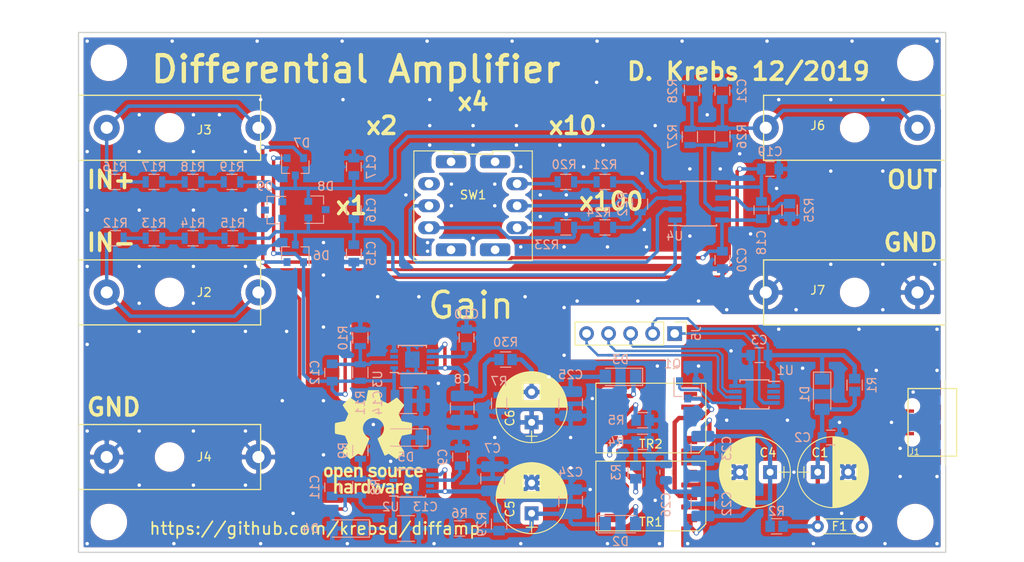
<source format=kicad_pcb>
(kicad_pcb (version 20171130) (host pcbnew "(5.1.4)-1")
  (title_block (title "Differential Amplifier") (date 2019-12-11) (rev 12/2019) (company "David Krebs"))
  (layers (0 F.Cu signal) (31 B.Cu signal) (34 B.Paste user) (35 F.Paste user) (36 B.SilkS user) (37 F.SilkS user) (38 B.Mask user) (39 F.Mask user) (44 Edge.Cuts user))
  (net 0 "")
  (net 1 "Net-(C3-Pad1)")
  (net 2 "Net-(C11-Pad2)")
  (net 3 VDDA)
  (net 4 VSSA)
  (net 5 "Net-(C15-Pad2)")
  (net 6 "Net-(C16-Pad2)")
  (net 7 GNDA)
  (net 8 "Net-(F1-Pad2)")
  (net 9 "Net-(R12-Pad1)")
  (net 10 "Net-(R13-Pad1)")
  (net 11 "Net-(R14-Pad1)")
  (net 12 "Net-(R20-Pad1)")
  (net 13 "Net-(R23-Pad1)")
  (net 14 "Net-(J1-Pad6)")
  (net 15 VBUS)
  (net 16 GNDPWR)
  (net 17 "Net-(C22-Pad1)")
  (net 18 "Net-(C24-Pad1)")
  (net 19 "Net-(C25-Pad2)")
  (net 20 "Net-(C9-Pad1)")
  (net 21 "Net-(C10-Pad2)")
  (net 22 "Net-(C12-Pad1)")
  (net 23 "Net-(C21-Pad1)")
  (net 24 "Net-(D2-Pad2)")
  (net 25 "Net-(D3-Pad1)")
  (net 26 /IN-)
  (net 27 /IN+)
  (net 28 "Net-(J5-Pad1)")
  (net 29 "Net-(J5-Pad4)")
  (net 30 "Net-(J5-Pad5)")
  (net 31 "Net-(Q1-Pad1)")
  (net 32 "Net-(Q1-Pad3)")
  (net 33 "Net-(R3-Pad1)")
  (net 34 "Net-(R3-Pad2)")
  (net 35 "Net-(R5-Pad2)")
  (net 36 "Net-(R16-Pad1)")
  (net 37 "Net-(R17-Pad1)")
  (net 38 "Net-(R18-Pad1)")
  (net 39 "Net-(R20-Pad2)")
  (net 40 "Net-(R21-Pad2)")
  (net 41 "Net-(R22-Pad2)")
  (net 42 "Net-(R23-Pad2)")
  (net 43 "Net-(R25-Pad2)")
  (net 44 "Net-(R26-Pad2)")
  (net 45 "Net-(SW1-PadC)")
  (net 46 "Net-(C7-Pad1)")
  (net 47 "Net-(C8-Pad2)")
  (module Symbols:OSHW-Logo_11.4x12mm_SilkScreen (layer F.Cu) (at 63.5 66.25)
    (fp_text reference REF*** hide)
    (fp_text value OSHW-Logo_11.4x12mm_SilkScreen hide)
  )
  (module _Jumper:R_0805_SolderJumper (layer B.Cu) (at 78.75 56.75)
    (fp_text reference R30 (at 0 -2) (layer B.SilkS) (effects (justify mirror)))
    (fp_text value R)
    (pad 1 smd rect (at -0.75 0) (size 1.1 1.3) (layers B.Cu B.Paste B.Mask) (net 47 "Net-(C8-Pad2)"))
    (pad 2 smd rect (at 0.75 0) (size 1.1 1.3) (layers B.Cu B.Paste B.Mask) (net 19 "Net-(C25-Pad2)"))
  )
  (module _Jumper:R_0805_SolderJumper (layer B.Cu) (at 78 75.75 270)
    (fp_text reference R29 (at 0 2 90) (layer B.SilkS) (effects (justify mirror)))
    (fp_text value R)
    (pad 1 smd rect (at -0.75 0 270) (size 1.1 1.3) (layers B.Cu B.Paste B.Mask) (net 46 "Net-(C7-Pad1)"))
    (pad 2 smd rect (at 0.75 0 270) (size 1.1 1.3) (layers B.Cu B.Paste B.Mask) (net 18 "Net-(C24-Pad1)"))
  )
  (module Capacitors_THT:CP_Radial_D8.0mm_P3.50mm (layer F.Cu) (at 81.75 64 90)
    (fp_text reference C6 (at 0.5 -2.5 90) (layer F.SilkS))
    (fp_text value CP1)
    (pad 1 thru_hole rect (at 0 0 90) (size 1.6 1.6) (drill 0.8) (layers *.Cu *.Mask) (net 7 GNDA))
    (pad 2 thru_hole circle (at 3.5 0 90) (size 1.6 1.6) (drill 0.8) (layers *.Cu *.Mask) (net 19 "Net-(C25-Pad2)"))
  )
  (module Capacitors_THT:CP_Radial_D8.0mm_P3.50mm (layer F.Cu) (at 81.75 74.5 90)
    (fp_text reference C5 (at 0.5 -2.5 90) (layer F.SilkS))
    (fp_text value CP1)
    (pad 1 thru_hole rect (at 0 0 90) (size 1.6 1.6) (drill 0.8) (layers *.Cu *.Mask) (net 18 "Net-(C24-Pad1)"))
    (pad 2 thru_hole circle (at 3.5 0 90) (size 1.6 1.6) (drill 0.8) (layers *.Cu *.Mask) (net 7 GNDA))
  )
  (module Capacitors_THT:CP_Radial_D8.0mm_P3.50mm (layer F.Cu) (at 109.25 69.75 180)
    (fp_text reference C4 (at 0.25 2.25) (layer F.SilkS))
    (fp_text value 100u)
    (pad 1 thru_hole rect (at 0 0 180) (size 1.6 1.6) (drill 0.8) (layers *.Cu *.Mask) (net 17 "Net-(C22-Pad1)"))
    (pad 2 thru_hole circle (at 3.5 0 180) (size 1.6 1.6) (drill 0.8) (layers *.Cu *.Mask) (net 16 GNDPWR))
  )
  (module Capacitors_THT:CP_Radial_D8.0mm_P3.50mm (layer F.Cu) (at 114.75 69.75)
    (fp_text reference C1 (at 0.25 -2.25) (layer F.SilkS))
    (fp_text value 100u)
    (pad 1 thru_hole rect (at 0 0) (size 1.6 1.6) (drill 0.8) (layers *.Cu *.Mask) (net 15 VBUS))
    (pad 2 thru_hole circle (at 3.5 0) (size 1.6 1.6) (drill 0.8) (layers *.Cu *.Mask) (net 16 GNDPWR))
  )
  (module _Jumper:R_0805_SolderJumper (layer B.Cu) (at 111.5 39.5 90)
    (fp_text reference R25 (at 0 2.25 90) (layer B.SilkS) (effects (justify mirror)))
    (fp_text value 0)
    (pad 1 smd rect (at -0.75 0 90) (size 1.1 1.3) (layers B.Cu B.Paste B.Mask) (net 7 GNDA))
    (pad 2 smd rect (at 0.75 0 90) (size 1.1 1.3) (layers B.Cu B.Paste B.Mask) (net 43 "Net-(R25-Pad2)"))
  )
  (module _Jumper:R_0805_SolderJumper (layer B.Cu) (at 94.55 63.75 180)
    (fp_text reference R5 (at 3.05 0) (layer B.SilkS) (effects (justify mirror)))
    (fp_text value R)
    (pad 1 smd rect (at -0.75 0 180) (size 1.1 1.3) (layers B.Cu B.Paste B.Mask) (net 7 GNDA))
    (pad 2 smd rect (at 0.75 0 180) (size 1.1 1.3) (layers B.Cu B.Paste B.Mask) (net 35 "Net-(R5-Pad2)"))
  )
  (module _Jumper:R_0805_SolderJumper (layer B.Cu) (at 94.55 66.25 180)
    (fp_text reference R4 (at 3.05 0) (layer B.SilkS) (effects (justify mirror)))
    (fp_text value R)
    (pad 1 smd rect (at -0.75 0 180) (size 1.1 1.3) (layers B.Cu B.Paste B.Mask) (net 7 GNDA))
    (pad 2 smd rect (at 0.75 0 180) (size 1.1 1.3) (layers B.Cu B.Paste B.Mask) (net 34 "Net-(R3-Pad2)"))
  )
  (module _Jumper:R_0805_SolderJumper (layer B.Cu) (at 93.75 69.75 90)
    (fp_text reference R3 (at 0 -2.25 90) (layer B.SilkS) (effects (justify mirror)))
    (fp_text value R)
    (pad 1 smd rect (at -0.75 0 90) (size 1.1 1.3) (layers B.Cu B.Paste B.Mask) (net 33 "Net-(R3-Pad1)"))
    (pad 2 smd rect (at 0.75 0 90) (size 1.1 1.3) (layers B.Cu B.Paste B.Mask) (net 34 "Net-(R3-Pad2)"))
  )
  (module _Jumper:R_0805_SolderJumper (layer B.Cu) (at 110 76 180)
    (fp_text reference R2 (at 0 1.75) (layer B.SilkS) (effects (justify mirror)))
    (fp_text value R)
    (pad 1 smd rect (at -0.75 0 180) (size 1.1 1.3) (layers B.Cu B.Paste B.Mask) (net 15 VBUS))
    (pad 2 smd rect (at 0.75 0 180) (size 1.1 1.3) (layers B.Cu B.Paste B.Mask) (net 17 "Net-(C22-Pad1)"))
  )
  (module _Jumper:R_0805_SolderJumper (layer B.Cu) (at 119 59.7 90)
    (fp_text reference R1 (at 0 2 90) (layer B.SilkS) (effects (justify mirror)))
    (fp_text value R)
    (pad 1 smd rect (at -0.75 0 90) (size 1.1 1.3) (layers B.Cu B.Paste B.Mask) (net 15 VBUS))
    (pad 2 smd rect (at 0.75 0 90) (size 1.1 1.3) (layers B.Cu B.Paste B.Mask) (net 1 "Net-(C3-Pad1)"))
  )
  (module _Transformer:Würth_7603900XX (layer F.Cu) (at 95.5 72.5 90)
    (fp_text reference TR1 (at -3 0) (layer F.SilkS))
    (fp_text value TRANSF5)
    (pad 3 smd rect (at 2.54 4.57 90) (size 0.96 1.54) (layers F.Cu F.Paste F.Mask))
    (pad 4 smd rect (at 2.54 -4.57 90) (size 0.96 1.54) (layers F.Cu F.Paste F.Mask) (net 33 "Net-(R3-Pad1)"))
    (pad 2 smd rect (at 0 4.57 90) (size 0.96 1.54) (layers F.Cu F.Paste F.Mask) (net 32 "Net-(Q1-Pad3)"))
    (pad 5 smd rect (at 0 -4.57 90) (size 0.96 1.54) (layers F.Cu F.Paste F.Mask))
    (pad 1 smd rect (at -2.54 4.57 90) (size 0.96 1.54) (layers F.Cu F.Paste F.Mask) (net 17 "Net-(C22-Pad1)"))
    (pad 6 smd rect (at -2.54 -4.57 90) (size 0.96 1.54) (layers F.Cu F.Paste F.Mask) (net 24 "Net-(D2-Pad2)"))
  )
  (module Pin_Headers:Pin_Header_Straight_1x05_Pitch2.54mm (layer F.Cu) (at 98.25 53.75 270)
    (fp_text reference J5 (at 0 -2.5 90) (layer B.SilkS) (effects (justify mirror)))
    (fp_text value CONN_01X05)
    (pad 1 thru_hole rect (at 0 0 270) (size 1.7 1.7) (drill 1) (layers *.Cu *.Mask) (net 28 "Net-(J5-Pad1)"))
    (pad 2 thru_hole oval (at 0 2.54 270) (size 1.7 1.7) (drill 1) (layers *.Cu *.Mask) (net 1 "Net-(C3-Pad1)"))
    (pad 3 thru_hole oval (at 0 5.08 270) (size 1.7 1.7) (drill 1) (layers *.Cu *.Mask) (net 16 GNDPWR))
    (pad 4 thru_hole oval (at 0 7.62 270) (size 1.7 1.7) (drill 1) (layers *.Cu *.Mask) (net 29 "Net-(J5-Pad4)"))
    (pad 5 thru_hole oval (at 0 10.16 270) (size 1.7 1.7) (drill 1) (layers *.Cu *.Mask) (net 30 "Net-(J5-Pad5)"))
  )
  (module Capacitor_SMD:C_0805_2012Metric (layer B.Cu) (at 97.25 69.75 270)
    (fp_text reference C26 (at 3.75 0 90) (layer B.SilkS) (effects (justify mirror)))
    (fp_text value C)
    (pad 2 smd roundrect (at 0.9375 0 270) (size 0.975 1.4) (layers B.Cu B.Paste B.Mask) (net 16 GNDPWR))
    (pad 1 smd roundrect (at -0.9375 0 270) (size 0.975 1.4) (layers B.Cu B.Paste B.Mask) (net 7 GNDA))
  )
  (module Capacitor_SMD:C_1210_3225Metric (layer B.Cu) (at 86.25 61.85 90)
    (fp_text reference C25 (at 3.35 0 180) (layer B.SilkS) (effects (justify mirror)))
    (fp_text value 10u)
    (pad 2 smd roundrect (at 1.4 0 90) (size 1.25 2.65) (layers B.Cu B.Paste B.Mask) (roundrect_rratio 0.2) (net 19 "Net-(C25-Pad2)"))
    (pad 1 smd roundrect (at -1.4 0 90) (size 1.25 2.65) (layers B.Cu B.Paste B.Mask) (roundrect_rratio 0.2) (net 7 GNDA))
  )
  (module Capacitor_SMD:C_1210_3225Metric (layer B.Cu) (at 86.25 73.15 90)
    (fp_text reference C24 (at 3.4 0 180) (layer B.SilkS) (effects (justify mirror)))
    (fp_text value 10u)
    (pad 2 smd roundrect (at 1.4 0 90) (size 1.25 2.65) (layers B.Cu B.Paste B.Mask) (roundrect_rratio 0.2) (net 7 GNDA))
    (pad 1 smd roundrect (at -1.4 0 90) (size 1.25 2.65) (layers B.Cu B.Paste B.Mask) (roundrect_rratio 0.2) (net 18 "Net-(C24-Pad1)"))
  )
  (module Capacitor_SMD:C_1210_3225Metric (layer B.Cu) (at 101.5 67 270)
    (fp_text reference C23 (at 0 -2.75 90) (layer B.SilkS) (effects (justify mirror)))
    (fp_text value 10u)
    (pad 2 smd roundrect (at 1.4 0 270) (size 1.25 2.65) (layers B.Cu B.Paste B.Mask) (roundrect_rratio 0.2) (net 16 GNDPWR))
    (pad 1 smd roundrect (at -1.4 0 270) (size 1.25 2.65) (layers B.Cu B.Paste B.Mask) (roundrect_rratio 0.2) (net 17 "Net-(C22-Pad1)"))
  )
  (module Capacitor_SMD:C_1210_3225Metric (layer B.Cu) (at 101.5 73.4 90)
    (fp_text reference C22 (at 0 2.75 90) (layer B.SilkS) (effects (justify mirror)))
    (fp_text value 10u)
    (pad 2 smd roundrect (at 1.4 0 90) (size 1.25 2.65) (layers B.Cu B.Paste B.Mask) (roundrect_rratio 0.2) (net 16 GNDPWR))
    (pad 1 smd roundrect (at -1.4 0 90) (size 1.25 2.65) (layers B.Cu B.Paste B.Mask) (roundrect_rratio 0.2) (net 17 "Net-(C22-Pad1)"))
  )
  (module Capacitor_SMD:C_1210_3225Metric (layer B.Cu) (at 73.75 62.35 90)
    (fp_text reference C8 (at 3.35 0 180) (layer B.SilkS) (effects (justify mirror)))
    (fp_text value 10u)
    (pad 2 smd roundrect (at 1.4 0 90) (size 1.25 2.65) (layers B.Cu B.Paste B.Mask) (roundrect_rratio 0.2) (net 47 "Net-(C8-Pad2)"))
    (pad 1 smd roundrect (at -1.4 0 90) (size 1.25 2.65) (layers B.Cu B.Paste B.Mask) (roundrect_rratio 0.2) (net 7 GNDA))
  )
  (module Capacitor_SMD:C_1210_3225Metric (layer B.Cu) (at 77.25 70.5 90)
    (fp_text reference C7 (at 3.5 0 180) (layer B.SilkS) (effects (justify mirror)))
    (fp_text value 10u)
    (pad 2 smd roundrect (at 1.4 0 90) (size 1.25 2.65) (layers B.Cu B.Paste B.Mask) (roundrect_rratio 0.2) (net 7 GNDA))
    (pad 1 smd roundrect (at -1.4 0 90) (size 1.25 2.65) (layers B.Cu B.Paste B.Mask) (roundrect_rratio 0.2) (net 46 "Net-(C7-Pad1)"))
  )
  (module MountingHole:MountingHole_3.2mm_M3_DIN965 (layer F.Cu) (at 33 75.5)
    (fp_text reference REF** hide)
    (fp_text value MountingHole_3.2mm_M3_DIN965)
    (pad 1 np_thru_hole circle (at 0 0) (size 3.2 3.2) (drill 3.2) (layers *.Cu *.Mask))
  )
  (module MountingHole:MountingHole_3.2mm_M3_DIN965 (layer F.Cu) (at 126 75.5)
    (fp_text reference REF** hide)
    (fp_text value MountingHole_3.2mm_M3_DIN965)
    (pad 1 np_thru_hole circle (at 0 0) (size 3.2 3.2) (drill 3.2) (layers *.Cu *.Mask))
  )
  (module MountingHole:MountingHole_3.2mm_M3_DIN965 (layer F.Cu) (at 126 22.5)
    (fp_text reference REF** hide)
    (fp_text value MountingHole_3.2mm_M3_DIN965)
    (pad 1 np_thru_hole circle (at 0 0) (size 3.2 3.2) (drill 3.2) (layers *.Cu *.Mask))
  )
  (module MountingHole:MountingHole_3.2mm_M3_DIN965 (layer F.Cu) (at 33 22.5)
    (fp_text reference REF** hide)
    (fp_text value MountingHole_3.2mm_M3_DIN965)
    (pad 1 np_thru_hole circle (at 0 0) (size 3.2 3.2) (drill 3.2) (layers *.Cu *.Mask))
  )
  (module Housings_SSOP:MSOP-8-1EP_3x3mm_Pitch0.65mm (layer B.Cu) (at 68 56.75)
    (fp_text reference U3 (at -4 2.25 90) (layer B.SilkS) (effects (justify mirror)))
    (fp_text value TPS7A30)
    (pad 1 smd rect (at -2.105 0.975) (size 0.89 0.42) (layers B.Cu B.Paste B.Mask) (net 4 VSSA))
    (pad 2 smd rect (at -2.105 0.325) (size 0.89 0.42) (layers B.Cu B.Paste B.Mask) (net 22 "Net-(C12-Pad1)"))
    (pad 3 smd rect (at -2.105 -0.325) (size 0.89 0.42) (layers B.Cu B.Paste B.Mask))
    (pad 4 smd rect (at -2.105 -0.975) (size 0.89 0.42) (layers B.Cu B.Paste B.Mask) (net 7 GNDA))
    (pad 5 smd rect (at 2.105 -0.975) (size 0.89 0.42) (layers B.Cu B.Paste B.Mask) (net 47 "Net-(C8-Pad2)"))
    (pad 6 smd rect (at 2.105 -0.325) (size 0.89 0.42) (layers B.Cu B.Paste B.Mask) (net 21 "Net-(C10-Pad2)"))
    (pad 7 smd rect (at 2.105 0.325) (size 0.89 0.42) (layers B.Cu B.Paste B.Mask))
    (pad 8 smd rect (at 2.105 0.975) (size 0.89 0.42) (layers B.Cu B.Paste B.Mask) (net 47 "Net-(C8-Pad2)"))
    (pad 9 smd rect (at 0.42 -0.47) (size 0.84 0.94) (layers B.Cu B.Paste B.Mask) (net 7 GNDA))
    (pad 9 smd rect (at 0.42 0.47) (size 0.84 0.94) (layers B.Cu B.Paste B.Mask) (net 7 GNDA))
    (pad 9 smd rect (at -0.42 -0.47) (size 0.84 0.94) (layers B.Cu B.Paste B.Mask) (net 7 GNDA))
    (pad 9 smd rect (at -0.42 0.47) (size 0.84 0.94) (layers B.Cu B.Paste B.Mask) (net 7 GNDA))
  )
  (module Housings_SSOP:MSOP-8-1EP_3x3mm_Pitch0.65mm (layer B.Cu) (at 67.92 71)
    (fp_text reference U2 (at -2.42 2.75) (layer B.SilkS) (effects (justify mirror)))
    (fp_text value TPS7A49)
    (pad 1 smd rect (at -2.105 0.975) (size 0.89 0.42) (layers B.Cu B.Paste B.Mask) (net 3 VDDA))
    (pad 2 smd rect (at -2.105 0.325) (size 0.89 0.42) (layers B.Cu B.Paste B.Mask) (net 2 "Net-(C11-Pad2)"))
    (pad 3 smd rect (at -2.105 -0.325) (size 0.89 0.42) (layers B.Cu B.Paste B.Mask))
    (pad 4 smd rect (at -2.105 -0.975) (size 0.89 0.42) (layers B.Cu B.Paste B.Mask) (net 7 GNDA))
    (pad 5 smd rect (at 2.105 -0.975) (size 0.89 0.42) (layers B.Cu B.Paste B.Mask) (net 46 "Net-(C7-Pad1)"))
    (pad 6 smd rect (at 2.105 -0.325) (size 0.89 0.42) (layers B.Cu B.Paste B.Mask) (net 20 "Net-(C9-Pad1)"))
    (pad 7 smd rect (at 2.105 0.325) (size 0.89 0.42) (layers B.Cu B.Paste B.Mask))
    (pad 8 smd rect (at 2.105 0.975) (size 0.89 0.42) (layers B.Cu B.Paste B.Mask) (net 46 "Net-(C7-Pad1)"))
    (pad 9 smd rect (at 0.42 -0.47) (size 0.84 0.94) (layers B.Cu B.Paste B.Mask) (net 7 GNDA))
    (pad 9 smd rect (at 0.42 0.47) (size 0.84 0.94) (layers B.Cu B.Paste B.Mask) (net 7 GNDA))
    (pad 9 smd rect (at -0.42 -0.47) (size 0.84 0.94) (layers B.Cu B.Paste B.Mask) (net 7 GNDA))
    (pad 9 smd rect (at -0.42 0.47) (size 0.84 0.94) (layers B.Cu B.Paste B.Mask) (net 7 GNDA))
  )
  (module Resistors_SMD:R_0805 (layer B.Cu) (at 62 58.25 270)
    (fp_text reference R11 (at 3.5 0 90) (layer B.SilkS) (effects (justify mirror)))
    (fp_text value 130k)
    (pad 1 smd rect (at -0.95 0 270) (size 0.7 1.3) (layers B.Cu B.Paste B.Mask) (net 22 "Net-(C12-Pad1)"))
    (pad 2 smd rect (at 0.95 0 270) (size 0.7 1.3) (layers B.Cu B.Paste B.Mask) (net 4 VSSA))
  )
  (module Resistors_SMD:R_0805 (layer B.Cu) (at 62 54.25 270)
    (fp_text reference R10 (at 0 2 90) (layer B.SilkS) (effects (justify mirror)))
    (fp_text value 10k)
    (pad 1 smd rect (at -0.95 0 270) (size 0.7 1.3) (layers B.Cu B.Paste B.Mask) (net 7 GNDA))
    (pad 2 smd rect (at 0.95 0 270) (size 0.7 1.3) (layers B.Cu B.Paste B.Mask) (net 22 "Net-(C12-Pad1)"))
  )
  (module Resistors_SMD:R_0805 (layer B.Cu) (at 62 67.25 90)
    (fp_text reference R9 (at 0 -2 90) (layer B.SilkS) (effects (justify mirror)))
    (fp_text value 10k)
    (pad 1 smd rect (at -0.95 0 90) (size 0.7 1.3) (layers B.Cu B.Paste B.Mask) (net 2 "Net-(C11-Pad2)"))
    (pad 2 smd rect (at 0.95 0 90) (size 0.7 1.3) (layers B.Cu B.Paste B.Mask) (net 7 GNDA))
  )
  (module Resistors_SMD:R_0805 (layer B.Cu) (at 62 71.45 90)
    (fp_text reference R8 (at 0 1.75 90) (layer B.SilkS) (effects (justify mirror)))
    (fp_text value 130k)
    (pad 1 smd rect (at -0.95 0 90) (size 0.7 1.3) (layers B.Cu B.Paste B.Mask) (net 3 VDDA))
    (pad 2 smd rect (at 0.95 0 90) (size 0.7 1.3) (layers B.Cu B.Paste B.Mask) (net 2 "Net-(C11-Pad2)"))
  )
  (module DiffAmp:MIC_USB_BBU (layer F.Cu) (at 124.45 64 90)
    (fp_text reference J1 (at -3.4 1.45 180) (layer F.SilkS) (effects (font (size 0.7 0.7) (thickness 0.1))))
    (fp_text value USB_OTG)
    (pad 6 smd rect (at -4 3.55 90) (size 1.8 1.9) (layers F.Cu F.Paste F.Mask) (net 14 "Net-(J1-Pad6)"))
    (pad 6 smd rect (at -1.15 3.55 90) (size 1.8 1.9) (layers F.Cu F.Paste F.Mask) (net 14 "Net-(J1-Pad6)"))
    (pad 6 smd rect (at 1.15 3.55 90) (size 1.8 1.9) (layers F.Cu F.Paste F.Mask) (net 14 "Net-(J1-Pad6)"))
    (pad 6 smd rect (at 4 3.55 90) (size 1.8 1.9) (layers F.Cu F.Paste F.Mask) (net 14 "Net-(J1-Pad6)"))
    (pad "" np_thru_hole circle (at -1.9 1.2 90) (size 0.8 0.8) (drill 0.8) (layers *.Cu *.Mask))
    (pad "" np_thru_hole circle (at 1.9 1.2 90) (size 0.8 0.8) (drill 0.8) (layers *.Cu *.Mask))
    (pad 5 smd rect (at 1.3 0.7 90) (size 0.4 1.4) (layers F.Cu F.Paste F.Mask) (net 16 GNDPWR))
    (pad 4 smd rect (at 0.65 0.7 90) (size 0.4 1.4) (layers F.Cu F.Paste F.Mask))
    (pad 3 smd rect (at 0 0.7 90) (size 0.4 1.4) (layers F.Cu F.Paste F.Mask))
    (pad 2 smd rect (at -0.65 0.7 90) (size 0.4 1.4) (layers F.Cu F.Paste F.Mask))
    (pad 1 smd rect (at -1.3 0.7 90) (size 0.4 1.4) (layers F.Cu F.Paste F.Mask) (net 8 "Net-(F1-Pad2)"))
  )
  (module Resistors_THT:R_Axial_DIN0204_L3.6mm_D1.6mm_P5.08mm_Horizontal (layer F.Cu) (at 114.75 76)
    (fp_text reference F1 (at 2.5 0) (layer F.SilkS))
    (fp_text value PFRA050)
    (pad 1 thru_hole circle (at 0 0) (size 1.4 1.4) (drill 0.7) (layers *.Cu *.Mask) (net 15 VBUS))
    (pad 2 thru_hole oval (at 5.08 0) (size 1.4 1.4) (drill 0.7) (layers *.Cu *.Mask) (net 8 "Net-(F1-Pad2)"))
  )
  (module Capacitors_SMD:C_1210 (layer B.Cu) (at 67.5 61.5 180)
    (fp_text reference C14 (at 3.5 -0.25 90) (layer B.SilkS) (effects (justify mirror)))
    (fp_text value 10u)
    (pad 1 smd rect (at -1.5 0 180) (size 1 2.5) (layers B.Cu B.Paste B.Mask) (net 7 GNDA))
    (pad 2 smd rect (at 1.5 0 180) (size 1 2.5) (layers B.Cu B.Paste B.Mask) (net 4 VSSA))
  )
  (module Capacitors_SMD:C_1210 (layer B.Cu) (at 67.25 76.25)
    (fp_text reference C13 (at 2.25 -2.5) (layer B.SilkS) (effects (justify mirror)))
    (fp_text value 10u)
    (pad 1 smd rect (at -1.5 0) (size 1 2.5) (layers B.Cu B.Paste B.Mask) (net 3 VDDA))
    (pad 2 smd rect (at 1.5 0) (size 1 2.5) (layers B.Cu B.Paste B.Mask) (net 7 GNDA))
  )
  (module Capacitors_SMD:C_0805 (layer B.Cu) (at 58.75 58.25 270)
    (fp_text reference C12 (at 0 2 90) (layer B.SilkS) (effects (justify mirror)))
    (fp_text value 10n)
    (pad 1 smd rect (at -1 0 270) (size 1 1.25) (layers B.Cu B.Paste B.Mask) (net 22 "Net-(C12-Pad1)"))
    (pad 2 smd rect (at 1 0 270) (size 1 1.25) (layers B.Cu B.Paste B.Mask) (net 4 VSSA))
  )
  (module Capacitors_SMD:C_0805 (layer B.Cu) (at 58.75 71.5 90)
    (fp_text reference C11 (at 0 -2 90) (layer B.SilkS) (effects (justify mirror)))
    (fp_text value 10n)
    (pad 1 smd rect (at -1 0 90) (size 1 1.25) (layers B.Cu B.Paste B.Mask) (net 3 VDDA))
    (pad 2 smd rect (at 1 0 90) (size 1 1.25) (layers B.Cu B.Paste B.Mask) (net 2 "Net-(C11-Pad2)"))
  )
  (module Capacitors_SMD:C_0805 (layer B.Cu) (at 74.25 54.25 270)
    (fp_text reference C10 (at -2.75 0 180) (layer B.SilkS) (effects (justify mirror)))
    (fp_text value 10n)
    (pad 1 smd rect (at -1 0 270) (size 1 1.25) (layers B.Cu B.Paste B.Mask) (net 7 GNDA))
    (pad 2 smd rect (at 1 0 270) (size 1 1.25) (layers B.Cu B.Paste B.Mask) (net 21 "Net-(C10-Pad2)"))
  )
  (module Capacitors_SMD:C_0805 (layer B.Cu) (at 73.5 68 90)
    (fp_text reference C9 (at 0 -2 90) (layer B.SilkS) (effects (justify mirror)))
    (fp_text value 10n)
    (pad 1 smd rect (at -1 0 90) (size 1 1.25) (layers B.Cu B.Paste B.Mask) (net 20 "Net-(C9-Pad1)"))
    (pad 2 smd rect (at 1 0 90) (size 1 1.25) (layers B.Cu B.Paste B.Mask) (net 7 GNDA))
  )
  (module Capacitors_SMD:C_0805 (layer B.Cu) (at 116.25 65.75)
    (fp_text reference C2 (at -3.25 0 180) (layer B.SilkS) (effects (justify mirror)))
    (fp_text value 100n)
    (pad 1 smd rect (at -1 0) (size 1 1.25) (layers B.Cu B.Paste B.Mask) (net 15 VBUS))
    (pad 2 smd rect (at 1 0) (size 1 1.25) (layers B.Cu B.Paste B.Mask) (net 16 GNDPWR))
  )
  (module Housings_SOIC:SOIC-8_3.9x4.9mm_Pitch1.27mm (layer B.Cu) (at 101 38.75)
    (fp_text reference U4 (at -2.75 3.75) (layer B.SilkS) (effects (justify mirror)))
    (fp_text value AD8421)
    (pad 1 smd rect (at -2.7 1.905) (size 1.55 0.6) (layers B.Cu B.Paste B.Mask) (net 5 "Net-(C15-Pad2)"))
    (pad 2 smd rect (at -2.7 0.635) (size 1.55 0.6) (layers B.Cu B.Paste B.Mask) (net 45 "Net-(SW1-PadC)"))
    (pad 3 smd rect (at -2.7 -0.635) (size 1.55 0.6) (layers B.Cu B.Paste B.Mask) (net 41 "Net-(R22-Pad2)"))
    (pad 4 smd rect (at -2.7 -1.905) (size 1.55 0.6) (layers B.Cu B.Paste B.Mask) (net 6 "Net-(C16-Pad2)"))
    (pad 5 smd rect (at 2.7 -1.905) (size 1.55 0.6) (layers B.Cu B.Paste B.Mask) (net 4 VSSA))
    (pad 6 smd rect (at 2.7 -0.635) (size 1.55 0.6) (layers B.Cu B.Paste B.Mask) (net 43 "Net-(R25-Pad2)"))
    (pad 7 smd rect (at 2.7 0.635) (size 1.55 0.6) (layers B.Cu B.Paste B.Mask) (net 44 "Net-(R26-Pad2)"))
    (pad 8 smd rect (at 2.7 1.905) (size 1.55 0.6) (layers B.Cu B.Paste B.Mask) (net 3 VDDA))
  )
  (module Housings_SSOP:MSOP-8_3x3mm_Pitch0.65mm (layer B.Cu) (at 107.45 60.775 180)
    (fp_text reference U1 (at -3.55 2.775) (layer B.SilkS) (effects (justify mirror)))
    (fp_text value PIC12F1572-IMS)
    (pad 1 smd rect (at -2.2 0.975 180) (size 1.45 0.45) (layers B.Cu B.Paste B.Mask) (net 1 "Net-(C3-Pad1)"))
    (pad 2 smd rect (at -2.2 0.325 180) (size 1.45 0.45) (layers B.Cu B.Paste B.Mask))
    (pad 3 smd rect (at -2.2 -0.325 180) (size 1.45 0.45) (layers B.Cu B.Paste B.Mask))
    (pad 4 smd rect (at -2.2 -0.975 180) (size 1.45 0.45) (layers B.Cu B.Paste B.Mask) (net 28 "Net-(J5-Pad1)"))
    (pad 5 smd rect (at 2.2 -0.975 180) (size 1.45 0.45) (layers B.Cu B.Paste B.Mask) (net 31 "Net-(Q1-Pad1)"))
    (pad 6 smd rect (at 2.2 -0.325 180) (size 1.45 0.45) (layers B.Cu B.Paste B.Mask) (net 30 "Net-(J5-Pad5)"))
    (pad 7 smd rect (at 2.2 0.325 180) (size 1.45 0.45) (layers B.Cu B.Paste B.Mask) (net 29 "Net-(J5-Pad4)"))
    (pad 8 smd rect (at 2.2 0.975 180) (size 1.45 0.45) (layers B.Cu B.Paste B.Mask) (net 16 GNDPWR))
  )
  (module _Transformer:Würth_7603900XX (layer F.Cu) (at 95.5 63.5 90)
    (fp_text reference TR2 (at -3 0) (layer F.SilkS))
    (fp_text value TRANSF5)
    (pad 3 smd rect (at 2.54 4.57 90) (size 0.96 1.54) (layers F.Cu F.Paste F.Mask))
    (pad 4 smd rect (at 2.54 -4.57 90) (size 0.96 1.54) (layers F.Cu F.Paste F.Mask) (net 25 "Net-(D3-Pad1)"))
    (pad 2 smd rect (at 0 4.57 90) (size 0.96 1.54) (layers F.Cu F.Paste F.Mask) (net 32 "Net-(Q1-Pad3)"))
    (pad 5 smd rect (at 0 -4.57 90) (size 0.96 1.54) (layers F.Cu F.Paste F.Mask) (net 35 "Net-(R5-Pad2)"))
    (pad 1 smd rect (at -2.54 4.57 90) (size 0.96 1.54) (layers F.Cu F.Paste F.Mask) (net 17 "Net-(C22-Pad1)"))
    (pad 6 smd rect (at -2.54 -4.57 90) (size 0.96 1.54) (layers F.Cu F.Paste F.Mask) (net 34 "Net-(R3-Pad2)"))
  )
  (module _Switch:NKK_NR01 (layer F.Cu) (at 75 39 270)
    (fp_text reference SW1 (at -1.25 0) (layer F.SilkS))
    (fp_text value NR01105)
    (pad "" thru_hole roundrect (at 5.08 2.54 270) (size 1.5 3.5) (drill 1) (layers *.Cu *.Mask))
    (pad "" thru_hole roundrect (at 5.08 -2.54 270) (size 1.5 3.5) (drill 1) (layers *.Cu *.Mask))
    (pad 5 thru_hole oval (at 2.54 5.08 270) (size 1.5 2.5) (drill 1) (layers *.Cu *.Mask) (net 42 "Net-(R23-Pad2)"))
    (pad 4 thru_hole oval (at 2.54 -5.08 270) (size 1.5 2.5) (drill 1) (layers *.Cu *.Mask) (net 13 "Net-(R23-Pad1)"))
    (pad C thru_hole oval (at 0 5.08 270) (size 1.5 2.5) (drill 1) (layers *.Cu *.Mask) (net 45 "Net-(SW1-PadC)"))
    (pad 3 thru_hole oval (at 0 -5.08 270) (size 1.5 2.5) (drill 1) (layers *.Cu *.Mask) (net 40 "Net-(R21-Pad2)"))
    (pad 1 thru_hole oval (at -2.54 5.08 270) (size 1.5 2.5) (drill 1) (layers *.Cu *.Mask))
    (pad 2 thru_hole oval (at -2.54 -5.08 270) (size 1.5 2.5) (drill 1) (layers *.Cu *.Mask) (net 12 "Net-(R20-Pad1)"))
    (pad "" thru_hole roundrect (at -5.08 2.54 270) (size 1.5 3.5) (drill 1) (layers *.Cu *.Mask))
    (pad "" thru_hole roundrect (at -5.08 -2.54 270) (size 1.5 3.5) (drill 1) (layers *.Cu *.Mask))
  )
  (module Resistors_SMD:R_0805 (layer B.Cu) (at 100.25 25.7 90)
    (fp_text reference R28 (at -0.05 -2.25 90) (layer B.SilkS) (effects (justify mirror)))
    (fp_text value R)
    (pad 1 smd rect (at -0.95 0 90) (size 0.7 1.3) (layers B.Cu B.Paste B.Mask) (net 23 "Net-(C21-Pad1)"))
    (pad 2 smd rect (at 0.95 0 90) (size 0.7 1.3) (layers B.Cu B.Paste B.Mask) (net 7 GNDA))
  )
  (module Resistors_SMD:R_0805 (layer B.Cu) (at 100 31.05 270)
    (fp_text reference R27 (at -0.05 2 90) (layer B.SilkS) (effects (justify mirror)))
    (fp_text value R)
    (pad 1 smd rect (at -0.95 0 270) (size 0.7 1.3) (layers B.Cu B.Paste B.Mask) (net 23 "Net-(C21-Pad1)"))
    (pad 2 smd rect (at 0.95 0 270) (size 0.7 1.3) (layers B.Cu B.Paste B.Mask) (net 44 "Net-(R26-Pad2)"))
  )
  (module Resistors_SMD:R_0805 (layer B.Cu) (at 103.75 31 270)
    (fp_text reference R26 (at 0 -2.25 90) (layer B.SilkS) (effects (justify mirror)))
    (fp_text value R)
    (pad 1 smd rect (at -0.95 0 270) (size 0.7 1.3) (layers B.Cu B.Paste B.Mask) (net 23 "Net-(C21-Pad1)"))
    (pad 2 smd rect (at 0.95 0 270) (size 0.7 1.3) (layers B.Cu B.Paste B.Mask) (net 44 "Net-(R26-Pad2)"))
  )
  (module Resistors_SMD:R_0805 (layer B.Cu) (at 90.2 41.5 180)
    (fp_text reference R24 (at 0.7 1.75) (layer B.SilkS) (effects (justify mirror)))
    (fp_text value 100)
    (pad 1 smd rect (at -0.95 0 180) (size 0.7 1.3) (layers B.Cu B.Paste B.Mask) (net 41 "Net-(R22-Pad2)"))
    (pad 2 smd rect (at 0.95 0 180) (size 0.7 1.3) (layers B.Cu B.Paste B.Mask) (net 42 "Net-(R23-Pad2)"))
  )
  (module Resistors_SMD:R_0805 (layer B.Cu) (at 85.7 41.5)
    (fp_text reference R23 (at -2.2 2) (layer B.SilkS) (effects (justify mirror)))
    (fp_text value 1k)
    (pad 1 smd rect (at -0.95 0) (size 0.7 1.3) (layers B.Cu B.Paste B.Mask) (net 13 "Net-(R23-Pad1)"))
    (pad 2 smd rect (at 0.95 0) (size 0.7 1.3) (layers B.Cu B.Paste B.Mask) (net 42 "Net-(R23-Pad2)"))
  )
  (module Resistors_SMD:R_0805 (layer B.Cu) (at 94.25 38.8 270)
    (fp_text reference R22 (at 0 2 90) (layer B.SilkS) (effects (justify mirror)))
    (fp_text value 3k3)
    (pad 1 smd rect (at -0.95 0 270) (size 0.7 1.3) (layers B.Cu B.Paste B.Mask) (net 40 "Net-(R21-Pad2)"))
    (pad 2 smd rect (at 0.95 0 270) (size 0.7 1.3) (layers B.Cu B.Paste B.Mask) (net 41 "Net-(R22-Pad2)"))
  )
  (module Resistors_SMD:R_0805 (layer B.Cu) (at 90.2 36.25)
    (fp_text reference R21 (at 0 -2) (layer B.SilkS) (effects (justify mirror)))
    (fp_text value 3k3)
    (pad 1 smd rect (at -0.95 0) (size 0.7 1.3) (layers B.Cu B.Paste B.Mask) (net 39 "Net-(R20-Pad2)"))
    (pad 2 smd rect (at 0.95 0) (size 0.7 1.3) (layers B.Cu B.Paste B.Mask) (net 40 "Net-(R21-Pad2)"))
  )
  (module Resistors_SMD:R_0805 (layer B.Cu) (at 85.7 36.25)
    (fp_text reference R20 (at -0.2 -2) (layer B.SilkS) (effects (justify mirror)))
    (fp_text value 3k3)
    (pad 1 smd rect (at -0.95 0) (size 0.7 1.3) (layers B.Cu B.Paste B.Mask) (net 12 "Net-(R20-Pad1)"))
    (pad 2 smd rect (at 0.95 0) (size 0.7 1.3) (layers B.Cu B.Paste B.Mask) (net 39 "Net-(R20-Pad2)"))
  )
  (module Resistors_SMD:R_0805 (layer B.Cu) (at 47.2 36.25 180)
    (fp_text reference R19 (at 0 1.75) (layer B.SilkS) (effects (justify mirror)))
    (fp_text value 249)
    (pad 1 smd rect (at -0.95 0 180) (size 0.7 1.3) (layers B.Cu B.Paste B.Mask) (net 6 "Net-(C16-Pad2)"))
    (pad 2 smd rect (at 0.95 0 180) (size 0.7 1.3) (layers B.Cu B.Paste B.Mask) (net 38 "Net-(R18-Pad1)"))
  )
  (module Resistors_SMD:R_0805 (layer B.Cu) (at 42.7 36.25 180)
    (fp_text reference R18 (at 0 1.75) (layer B.SilkS) (effects (justify mirror)))
    (fp_text value 249)
    (pad 1 smd rect (at -0.95 0 180) (size 0.7 1.3) (layers B.Cu B.Paste B.Mask) (net 38 "Net-(R18-Pad1)"))
    (pad 2 smd rect (at 0.95 0 180) (size 0.7 1.3) (layers B.Cu B.Paste B.Mask) (net 37 "Net-(R17-Pad1)"))
  )
  (module Resistors_SMD:R_0805 (layer B.Cu) (at 38.2 36.25 180)
    (fp_text reference R17 (at 0 1.75) (layer B.SilkS) (effects (justify mirror)))
    (fp_text value 249)
    (pad 1 smd rect (at -0.95 0 180) (size 0.7 1.3) (layers B.Cu B.Paste B.Mask) (net 37 "Net-(R17-Pad1)"))
    (pad 2 smd rect (at 0.95 0 180) (size 0.7 1.3) (layers B.Cu B.Paste B.Mask) (net 36 "Net-(R16-Pad1)"))
  )
  (module Resistors_SMD:R_0805 (layer B.Cu) (at 33.7 36.25 180)
    (fp_text reference R16 (at 0 1.75) (layer B.SilkS) (effects (justify mirror)))
    (fp_text value 249)
    (pad 1 smd rect (at -0.95 0 180) (size 0.7 1.3) (layers B.Cu B.Paste B.Mask) (net 36 "Net-(R16-Pad1)"))
    (pad 2 smd rect (at 0.95 0 180) (size 0.7 1.3) (layers B.Cu B.Paste B.Mask) (net 27 /IN+))
  )
  (module Resistors_SMD:R_0805 (layer B.Cu) (at 47.3 42.75 180)
    (fp_text reference R15 (at 0 1.75) (layer B.SilkS) (effects (justify mirror)))
    (fp_text value 249)
    (pad 1 smd rect (at -0.95 0 180) (size 0.7 1.3) (layers B.Cu B.Paste B.Mask) (net 5 "Net-(C15-Pad2)"))
    (pad 2 smd rect (at 0.95 0 180) (size 0.7 1.3) (layers B.Cu B.Paste B.Mask) (net 11 "Net-(R14-Pad1)"))
  )
  (module Resistors_SMD:R_0805 (layer B.Cu) (at 42.7 42.75 180)
    (fp_text reference R14 (at 0 1.75) (layer B.SilkS) (effects (justify mirror)))
    (fp_text value 249)
    (pad 1 smd rect (at -0.95 0 180) (size 0.7 1.3) (layers B.Cu B.Paste B.Mask) (net 11 "Net-(R14-Pad1)"))
    (pad 2 smd rect (at 0.95 0 180) (size 0.7 1.3) (layers B.Cu B.Paste B.Mask) (net 10 "Net-(R13-Pad1)"))
  )
  (module Resistors_SMD:R_0805 (layer B.Cu) (at 38.2 42.75 180)
    (fp_text reference R13 (at 0 1.75) (layer B.SilkS) (effects (justify mirror)))
    (fp_text value 249)
    (pad 1 smd rect (at -0.95 0 180) (size 0.7 1.3) (layers B.Cu B.Paste B.Mask) (net 10 "Net-(R13-Pad1)"))
    (pad 2 smd rect (at 0.95 0 180) (size 0.7 1.3) (layers B.Cu B.Paste B.Mask) (net 9 "Net-(R12-Pad1)"))
  )
  (module Resistors_SMD:R_0805 (layer B.Cu) (at 33.75 42.75 180)
    (fp_text reference R12 (at 0 1.75) (layer B.SilkS) (effects (justify mirror)))
    (fp_text value 249)
    (pad 1 smd rect (at -0.95 0 180) (size 0.7 1.3) (layers B.Cu B.Paste B.Mask) (net 9 "Net-(R12-Pad1)"))
    (pad 2 smd rect (at 0.95 0 180) (size 0.7 1.3) (layers B.Cu B.Paste B.Mask) (net 26 /IN-))
  )
  (module Resistors_SMD:R_0805 (layer B.Cu) (at 78 61.8 90)
    (fp_text reference R7 (at 2.55 0 180) (layer B.SilkS) (effects (justify mirror)))
    (fp_text value R)
    (pad 1 smd rect (at -0.95 0 90) (size 0.7 1.3) (layers B.Cu B.Paste B.Mask) (net 7 GNDA))
    (pad 2 smd rect (at 0.95 0 90) (size 0.7 1.3) (layers B.Cu B.Paste B.Mask) (net 19 "Net-(C25-Pad2)"))
  )
  (module Resistors_SMD:R_0805 (layer B.Cu) (at 73.45 76.25 180)
    (fp_text reference R6 (at 0 1.75 180) (layer B.SilkS) (effects (justify mirror)))
    (fp_text value R)
    (pad 1 smd rect (at -0.95 0 180) (size 0.7 1.3) (layers B.Cu B.Paste B.Mask) (net 18 "Net-(C24-Pad1)"))
    (pad 2 smd rect (at 0.95 0 180) (size 0.7 1.3) (layers B.Cu B.Paste B.Mask) (net 7 GNDA))
  )
  (module TO_SOT_Packages_SMD:SOT-23 (layer B.Cu) (at 99.75 60.25 270)
    (fp_text reference Q1 (at -3 1.75 180) (layer B.SilkS) (effects (justify mirror)))
    (fp_text value Q_NMOS_GSD)
    (pad 1 smd rect (at -1 0.95 270) (size 0.9 0.8) (layers B.Cu B.Paste B.Mask) (net 31 "Net-(Q1-Pad1)"))
    (pad 2 smd rect (at -1 -0.95 270) (size 0.9 0.8) (layers B.Cu B.Paste B.Mask) (net 16 GNDPWR))
    (pad 3 smd rect (at 1 0 270) (size 0.9 0.8) (layers B.Cu B.Paste B.Mask) (net 32 "Net-(Q1-Pad3)"))
  )
  (module _Connector:PB4 (layer F.Cu) (at 119 49)
    (fp_text reference J7 (at -4.25 -0.25) (layer F.SilkS))
    (fp_text value Conn_01x01_Female)
    (pad "" np_thru_hole circle (at 0 0) (size 2.4 2.4) (drill 2.4) (layers *.Cu *.Mask))
    (pad 1 thru_hole oval (at 7.25 0) (size 3 3) (drill 1.4) (layers *.Cu *.Mask) (net 7 GNDA))
    (pad 1 thru_hole oval (at -10.25 0) (size 3 3) (drill 1.4) (layers *.Cu *.Mask) (net 7 GNDA))
  )
  (module _Connector:PB4 (layer F.Cu) (at 119 30)
    (fp_text reference J6 (at -4.25 -0.25) (layer F.SilkS))
    (fp_text value Conn_01x01_Female)
    (pad "" np_thru_hole circle (at 0 0) (size 2.4 2.4) (drill 2.4) (layers *.Cu *.Mask))
    (pad 1 thru_hole oval (at 7.25 0) (size 3 3) (drill 1.4) (layers *.Cu *.Mask) (net 23 "Net-(C21-Pad1)"))
    (pad 1 thru_hole oval (at -10.25 0) (size 3 3) (drill 1.4) (layers *.Cu *.Mask) (net 23 "Net-(C21-Pad1)"))
  )
  (module _Connector:PB4 (layer F.Cu) (at 40 68 180)
    (fp_text reference J4 (at -4 0) (layer F.SilkS))
    (fp_text value Conn_01x01_Female)
    (pad "" np_thru_hole circle (at 0 0 180) (size 2.4 2.4) (drill 2.4) (layers *.Cu *.Mask))
    (pad 1 thru_hole oval (at 7.25 0 180) (size 3 3) (drill 1.4) (layers *.Cu *.Mask) (net 7 GNDA))
    (pad 1 thru_hole oval (at -10.25 0 180) (size 3 3) (drill 1.4) (layers *.Cu *.Mask) (net 7 GNDA))
  )
  (module _Connector:PB4 (layer F.Cu) (at 40 30 180)
    (fp_text reference J3 (at -4 -0.25) (layer F.SilkS))
    (fp_text value Conn_01x01_Female)
    (pad "" np_thru_hole circle (at 0 0 180) (size 2.4 2.4) (drill 2.4) (layers *.Cu *.Mask))
    (pad 1 thru_hole oval (at 7.25 0 180) (size 3 3) (drill 1.4) (layers *.Cu *.Mask) (net 27 /IN+))
    (pad 1 thru_hole oval (at -10.25 0 180) (size 3 3) (drill 1.4) (layers *.Cu *.Mask) (net 27 /IN+))
  )
  (module _Connector:PB4 (layer F.Cu) (at 40 49 180)
    (fp_text reference J2 (at -4 0) (layer F.SilkS))
    (fp_text value Conn_01x01_Female)
    (pad "" np_thru_hole circle (at 0 0 180) (size 2.4 2.4) (drill 2.4) (layers *.Cu *.Mask))
    (pad 1 thru_hole oval (at 7.25 0 180) (size 3 3) (drill 1.4) (layers *.Cu *.Mask) (net 26 /IN-))
    (pad 1 thru_hole oval (at -10.25 0 180) (size 3 3) (drill 1.4) (layers *.Cu *.Mask) (net 26 /IN-))
  )
  (module TO_SOT_Packages_SMD:SOT-23 (layer B.Cu) (at 52 39.5 180)
    (fp_text reference D9 (at 1 2.75) (layer B.SilkS) (effects (justify mirror)))
    (fp_text value CMPD6001S)
    (pad 1 smd rect (at -1 0.95 180) (size 0.9 0.8) (layers B.Cu B.Paste B.Mask) (net 6 "Net-(C16-Pad2)"))
    (pad 2 smd rect (at -1 -0.95 180) (size 0.9 0.8) (layers B.Cu B.Paste B.Mask) (net 5 "Net-(C15-Pad2)"))
    (pad 3 smd rect (at 1 0 180) (size 0.9 0.8) (layers B.Cu B.Paste B.Mask))
  )
  (module TO_SOT_Packages_SMD:SOT-23 (layer B.Cu) (at 57 39.45)
    (fp_text reference D8 (at 1 -2.7) (layer B.SilkS) (effects (justify mirror)))
    (fp_text value CMPD6001S)
    (pad 1 smd rect (at -1 0.95) (size 0.9 0.8) (layers B.Cu B.Paste B.Mask) (net 5 "Net-(C15-Pad2)"))
    (pad 2 smd rect (at -1 -0.95) (size 0.9 0.8) (layers B.Cu B.Paste B.Mask) (net 6 "Net-(C16-Pad2)"))
    (pad 3 smd rect (at 1 0) (size 0.9 0.8) (layers B.Cu B.Paste B.Mask))
  )
  (module TO_SOT_Packages_SMD:SOT-23 (layer B.Cu) (at 54.5 34.5 270)
    (fp_text reference D7 (at -2.75 -0.75) (layer B.SilkS) (effects (justify mirror)))
    (fp_text value CMPD6001S)
    (pad 1 smd rect (at -1 0.95 270) (size 0.9 0.8) (layers B.Cu B.Paste B.Mask) (net 4 VSSA))
    (pad 2 smd rect (at -1 -0.95 270) (size 0.9 0.8) (layers B.Cu B.Paste B.Mask) (net 3 VDDA))
    (pad 3 smd rect (at 1 0 270) (size 0.9 0.8) (layers B.Cu B.Paste B.Mask) (net 6 "Net-(C16-Pad2)"))
  )
  (module TO_SOT_Packages_SMD:SOT-23 (layer B.Cu) (at 54.5 44.5 90)
    (fp_text reference D6 (at -0.25 3) (layer B.SilkS) (effects (justify mirror)))
    (fp_text value CMPD6001S)
    (pad 1 smd rect (at -1 0.95 90) (size 0.9 0.8) (layers B.Cu B.Paste B.Mask) (net 4 VSSA))
    (pad 2 smd rect (at -1 -0.95 90) (size 0.9 0.8) (layers B.Cu B.Paste B.Mask) (net 3 VDDA))
    (pad 3 smd rect (at 1 0 90) (size 0.9 0.8) (layers B.Cu B.Paste B.Mask) (net 5 "Net-(C15-Pad2)"))
  )
  (module Diodes_SMD:D_MiniMELF (layer B.Cu) (at 67.25 65.75 180)
    (fp_text reference D5 (at 0 -2.25) (layer B.SilkS) (effects (justify mirror)))
    (fp_text value D)
    (pad 1 smd rect (at -1.75 0 180) (size 1.3 1.7) (layers B.Cu B.Paste B.Mask) (net 7 GNDA))
    (pad 2 smd rect (at 1.75 0 180) (size 1.3 1.7) (layers B.Cu B.Paste B.Mask) (net 4 VSSA))
  )
  (module Diodes_SMD:D_MiniMELF (layer B.Cu) (at 60.5 76.25 180)
    (fp_text reference D4 (at 4.25 0) (layer B.SilkS) (effects (justify mirror)))
    (fp_text value D)
    (pad 1 smd rect (at -1.75 0 180) (size 1.3 1.7) (layers B.Cu B.Paste B.Mask) (net 3 VDDA))
    (pad 2 smd rect (at 1.75 0 180) (size 1.3 1.7) (layers B.Cu B.Paste B.Mask) (net 7 GNDA))
  )
  (module Diodes_SMD:D_MiniMELF (layer B.Cu) (at 92 58.75 180)
    (fp_text reference D3 (at 0 2) (layer B.SilkS) (effects (justify mirror)))
    (fp_text value D_Schottky)
    (pad 1 smd rect (at -1.75 0 180) (size 1.3 1.7) (layers B.Cu B.Paste B.Mask) (net 25 "Net-(D3-Pad1)"))
    (pad 2 smd rect (at 1.75 0 180) (size 1.3 1.7) (layers B.Cu B.Paste B.Mask) (net 19 "Net-(C25-Pad2)"))
  )
  (module Diodes_SMD:D_MiniMELF (layer B.Cu) (at 92 75.75)
    (fp_text reference D2 (at 0 2) (layer B.SilkS) (effects (justify mirror)))
    (fp_text value D_Schottky)
    (pad 1 smd rect (at -1.75 0) (size 1.3 1.7) (layers B.Cu B.Paste B.Mask) (net 18 "Net-(C24-Pad1)"))
    (pad 2 smd rect (at 1.75 0) (size 1.3 1.7) (layers B.Cu B.Paste B.Mask) (net 24 "Net-(D2-Pad2)"))
  )
  (module Diodes_SMD:D_MiniMELF (layer B.Cu) (at 115.25 60.75 270)
    (fp_text reference D1 (at 0 2 90) (layer B.SilkS) (effects (justify mirror)))
    (fp_text value D_Schottky)
    (pad 1 smd rect (at -1.75 0 270) (size 1.3 1.7) (layers B.Cu B.Paste B.Mask) (net 1 "Net-(C3-Pad1)"))
    (pad 2 smd rect (at 1.75 0 270) (size 1.3 1.7) (layers B.Cu B.Paste B.Mask) (net 15 VBUS))
  )
  (module Capacitors_SMD:C_0805 (layer B.Cu) (at 103.75 25.75 90)
    (fp_text reference C21 (at 0 2.25 90) (layer B.SilkS) (effects (justify mirror)))
    (fp_text value C)
    (pad 1 smd rect (at -1 0 90) (size 1 1.25) (layers B.Cu B.Paste B.Mask) (net 23 "Net-(C21-Pad1)"))
    (pad 2 smd rect (at 1 0 90) (size 1 1.25) (layers B.Cu B.Paste B.Mask) (net 7 GNDA))
  )
  (module Capacitors_SMD:C_0805 (layer B.Cu) (at 103.75 45.25 270)
    (fp_text reference C20 (at 0 -2.25 90) (layer B.SilkS) (effects (justify mirror)))
    (fp_text value 100n)
    (pad 1 smd rect (at -1 0 270) (size 1 1.25) (layers B.Cu B.Paste B.Mask) (net 3 VDDA))
    (pad 2 smd rect (at 1 0 270) (size 1 1.25) (layers B.Cu B.Paste B.Mask) (net 7 GNDA))
  )
  (module Capacitors_SMD:C_0805 (layer B.Cu) (at 109.25 34.75 180)
    (fp_text reference C19 (at 0 2) (layer B.SilkS) (effects (justify mirror)))
    (fp_text value 100n)
    (pad 1 smd rect (at -1 0 180) (size 1 1.25) (layers B.Cu B.Paste B.Mask) (net 7 GNDA))
    (pad 2 smd rect (at 1 0 180) (size 1 1.25) (layers B.Cu B.Paste B.Mask) (net 4 VSSA))
  )
  (module Capacitors_SMD:C_0805 (layer B.Cu) (at 108.25 39.5 90)
    (fp_text reference C18 (at -3.75 0 90) (layer B.SilkS) (effects (justify mirror)))
    (fp_text value 100n)
    (pad 1 smd rect (at -1 0 90) (size 1 1.25) (layers B.Cu B.Paste B.Mask) (net 3 VDDA))
    (pad 2 smd rect (at 1 0 90) (size 1 1.25) (layers B.Cu B.Paste B.Mask) (net 4 VSSA))
  )
  (module Capacitors_SMD:C_0805 (layer B.Cu) (at 61.25 34.5 90)
    (fp_text reference C17 (at 0 2 90) (layer B.SilkS) (effects (justify mirror)))
    (fp_text value C)
    (pad 1 smd rect (at -1 0 90) (size 1 1.25) (layers B.Cu B.Paste B.Mask) (net 6 "Net-(C16-Pad2)"))
    (pad 2 smd rect (at 1 0 90) (size 1 1.25) (layers B.Cu B.Paste B.Mask) (net 7 GNDA))
  )
  (module Capacitors_SMD:C_0805 (layer B.Cu) (at 61.25 39.5 90)
    (fp_text reference C16 (at 0 2 90) (layer B.SilkS) (effects (justify mirror)))
    (fp_text value C)
    (pad 1 smd rect (at -1 0 90) (size 1 1.25) (layers B.Cu B.Paste B.Mask) (net 5 "Net-(C15-Pad2)"))
    (pad 2 smd rect (at 1 0 90) (size 1 1.25) (layers B.Cu B.Paste B.Mask) (net 6 "Net-(C16-Pad2)"))
  )
  (module Capacitors_SMD:C_0805 (layer B.Cu) (at 61.25 44.5 90)
    (fp_text reference C15 (at 0 2 270) (layer B.SilkS) (effects (justify mirror)))
    (fp_text value C)
    (pad 1 smd rect (at -1 0 90) (size 1 1.25) (layers B.Cu B.Paste B.Mask) (net 7 GNDA))
    (pad 2 smd rect (at 1 0 90) (size 1 1.25) (layers B.Cu B.Paste B.Mask) (net 5 "Net-(C15-Pad2)"))
  )
  (module Capacitors_SMD:C_0805 (layer B.Cu) (at 108 56.25 180)
    (fp_text reference C3 (at 0 1.75) (layer B.SilkS) (effects (justify mirror)))
    (fp_text value 100n)
    (pad 2 smd rect (at 1 0 180) (size 1 1.25) (layers B.Cu B.Paste B.Mask) (net 16 GNDPWR))
    (pad 1 smd rect (at -1 0 180) (size 1 1.25) (layers B.Cu B.Paste B.Mask) (net 1 "Net-(C3-Pad1)"))
  )
  (gr_text https://github.com/krebsd/diffamp (at 56.75 76.25) (layer F.SilkS) (effects (font (size 1.4 1.4) (thickness 0.2))))
  (gr_text "D. Krebs 12/2019" (at 106.75 23.5) (layer F.SilkS) (effects (font (size 2 2) (thickness 0.4))))
  (gr_text "Differential Amplifier" (at 61.5 23.25) (layer F.SilkS) (effects (font (size 3 3) (thickness 0.5))))
  (gr_text Gain (at 74.75 50.5) (layer F.SilkS) (effects (font (size 3 3) (thickness 0.4))))
  (gr_text GND (at 30.25 62.25) (layer F.SilkS) (effects (font (size 2 2) (thickness 0.4)) (justify left)))
  (gr_text IN- (at 30.25 43.25) (layer F.SilkS) (effects (font (size 2 2) (thickness 0.4)) (justify left)))
  (gr_text IN+ (at 30.25 36) (layer F.SilkS) (effects (font (size 2 2) (thickness 0.4)) (justify left)))
  (gr_text GND (at 128.75 43.25) (layer F.SilkS) (effects (font (size 2 2) (thickness 0.4)) (justify right)))
  (gr_text OUT (at 128.75 36) (layer F.SilkS) (effects (font (size 2 2) (thickness 0.4)) (justify right)))
  (gr_text x10 (at 83.5 29.75) (layer F.SilkS) (effects (font (size 2 2) (thickness 0.4)) (justify left)))
  (gr_text x100 (at 87 38.5) (layer F.SilkS) (effects (font (size 2 2) (thickness 0.4)) (justify left)))
  (gr_text x4 (at 75 27) (layer F.SilkS) (effects (font (size 2 2) (thickness 0.4))))
  (gr_text x2 (at 66.5 29.75) (layer F.SilkS) (effects (font (size 2 2) (thickness 0.4)) (justify right)))
  (gr_text x1 (at 63 39) (layer F.SilkS) (effects (font (size 2 2) (thickness 0.4)) (justify right)))
  (gr_line (start 29.5 79) (end 129.5 79) (layer Edge.Cuts) (width 0.15))
  (gr_line (start 129.5 19) (end 129.5 79) (layer Edge.Cuts) (width 0.15))
  (gr_line (start 29.5 19) (end 129.5 19) (layer Edge.Cuts) (width 0.15))
  (gr_line (start 29.5 19) (end 29.5 79) (layer Edge.Cuts) (width 0.15))
  (segment (start 109.65 58.15) (end 109 57.5) (width 0.4) (layer B.Cu) (net 1))
  (segment (start 109.65 59.8) (end 109.65 58.15) (width 0.4) (layer B.Cu) (net 1))
  (segment (start 109 57.5) (end 109 56.25) (width 0.4) (layer B.Cu) (net 1))
  (segment (start 119 58.4) (end 119 57.5) (width 0.5) (layer B.Cu) (net 1))
  (segment (start 119 57.5) (end 117.75 56.25) (width 0.5) (layer B.Cu) (net 1))
  (segment (start 115.25 57.85) (end 115.25 56.25) (width 0.5) (layer B.Cu) (net 1))
  (segment (start 115.25 59) (end 115.25 57.85) (width 0.5) (layer B.Cu) (net 1))
  (segment (start 117.75 56.25) (end 115.25 56.25) (width 0.5) (layer B.Cu) (net 1))
  (segment (start 115.25 56.25) (end 113.55 56.25) (width 0.5) (layer B.Cu) (net 1))
  (segment (start 113.55 56.25) (end 109 56.25) (width 0.5) (layer B.Cu) (net 1))
  (segment (start 95.71 52.547919) (end 96.25 52.007919) (width 0.3) (layer B.Cu) (net 1))
  (segment (start 95.71 52.79) (end 95.71 52.547919) (width 0.3) (layer B.Cu) (net 1))
  (segment (start 99.742081 52.007919) (end 99.75 52) (width 0.3) (layer B.Cu) (net 1))
  (segment (start 96.25 52.007919) (end 99.742081 52.007919) (width 0.3) (layer B.Cu) (net 1))
  (segment (start 99.742081 52.007919) (end 99.757919 52.007919) (width 0.3) (layer B.Cu) (net 1))
  (segment (start 95.71 52.79) (end 95.71 53.75) (width 0.3) (layer B.Cu) (net 1))
  (segment (start 100.934152 53.19999) (end 99.742081 52.007919) (width 0.3) (layer B.Cu) (net 1))
  (segment (start 108.339988 54.339988) (end 109 55) (width 0.3) (layer B.Cu) (net 1))
  (segment (start 109 56.25) (end 109 55.25) (width 0.3) (layer B.Cu) (net 1))
  (segment (start 109 55) (end 109 55.25) (width 0.3) (layer B.Cu) (net 1))
  (segment (start 107.19999 53.19999) (end 106.05001 53.19999) (width 0.3) (layer B.Cu) (net 1))
  (segment (start 108.339988 54.339988) (end 107.19999 53.19999) (width 0.3) (layer B.Cu) (net 1))
  (segment (start 106.05001 53.19999) (end 100.934152 53.19999) (width 0.3) (layer B.Cu) (net 1))
  (segment (start 64.97 71.325) (end 65.815 71.325) (width 0.4) (layer B.Cu) (net 2))
  (segment (start 63.875 71.325) (end 64.97 71.325) (width 0.4) (layer B.Cu) (net 2))
  (segment (start 63.05 70.5) (end 63.875 71.325) (width 0.4) (layer B.Cu) (net 2))
  (segment (start 62 70.5) (end 63.05 70.5) (width 0.4) (layer B.Cu) (net 2))
  (segment (start 62 70.5) (end 62 68.2) (width 0.4) (layer B.Cu) (net 2))
  (segment (start 62 70.5) (end 58.75 70.5) (width 0.4) (layer B.Cu) (net 2))
  (segment (start 65.815 76.185) (end 65.75 76.25) (width 0.4) (layer B.Cu) (net 3))
  (segment (start 62 72.4) (end 62 73.25) (width 0.4) (layer B.Cu) (net 3))
  (segment (start 62.565 73.815) (end 65.815 73.815) (width 0.4) (layer B.Cu) (net 3))
  (segment (start 62 73.25) (end 62.565 73.815) (width 0.4) (layer B.Cu) (net 3))
  (segment (start 65.815 71.975) (end 65.815 73.815) (width 0.4) (layer B.Cu) (net 3))
  (segment (start 65.815 73.815) (end 65.815 76.185) (width 0.4) (layer B.Cu) (net 3))
  (segment (start 61.9 72.5) (end 62 72.4) (width 0.4) (layer B.Cu) (net 3))
  (segment (start 65.75 76.25) (end 62.25 76.25) (width 0.4) (layer B.Cu) (net 3))
  (segment (start 103.7 44.2) (end 103.75 44.25) (width 0.4) (layer B.Cu) (net 3))
  (segment (start 103.7 40.655) (end 103.7 44.2) (width 0.4) (layer B.Cu) (net 3))
  (segment (start 108.095 40.655) (end 108.25 40.5) (width 0.4) (layer B.Cu) (net 3))
  (segment (start 103.7 40.655) (end 108.095 40.655) (width 0.4) (layer B.Cu) (net 3))
  (via (at 50.75 32.25) (size 0.6) (drill 0.4) (layers F.Cu B.Cu) (net 3))
  (segment (start 53.870002 32.25) (end 50.75 32.25) (width 0.4) (layer B.Cu) (net 3))
  (segment (start 54.25 32.25) (end 53.870002 32.25) (width 0.4) (layer B.Cu) (net 3))
  (segment (start 55.45 33.5) (end 55.45 33.45) (width 0.4) (layer B.Cu) (net 3))
  (segment (start 55.45 33.45) (end 54.25 32.25) (width 0.4) (layer B.Cu) (net 3))
  (via (at 50.75 45.5) (size 0.6) (drill 0.4) (layers F.Cu B.Cu) (net 3))
  (segment (start 50.75 32.25) (end 50.75 45.5) (width 0.4) (layer F.Cu) (net 3))
  (segment (start 50.75 45.5) (end 53.55 45.5) (width 0.4) (layer B.Cu) (net 3))
  (segment (start 50.75 45.5) (end 51.049999 45.799999) (width 0.4) (layer F.Cu) (net 3))
  (segment (start 51.049999 45.799999) (end 55 49.75) (width 0.4) (layer F.Cu) (net 3))
  (segment (start 55 49.75) (end 55 72.75) (width 0.4) (layer F.Cu) (net 3))
  (via (at 60.25 74) (size 0.6) (drill 0.4) (layers F.Cu B.Cu) (net 3))
  (segment (start 55 72.75) (end 56.25 74) (width 0.4) (layer F.Cu) (net 3))
  (segment (start 56.25 74) (end 60.25 74) (width 0.4) (layer F.Cu) (net 3))
  (segment (start 60.25 74) (end 60.25 72.5) (width 0.4) (layer B.Cu) (net 3))
  (segment (start 58.75 72.5) (end 60.25 72.5) (width 0.4) (layer B.Cu) (net 3))
  (segment (start 60.25 72.5) (end 61.9 72.5) (width 0.4) (layer B.Cu) (net 3))
  (segment (start 103.75 44.25) (end 103.625 44.25) (width 0.4) (layer B.Cu) (net 3))
  (via (at 101.5 45) (size 0.6) (drill 0.4) (layers F.Cu B.Cu) (net 3))
  (segment (start 103.625 44.25) (end 102.25 44.25) (width 0.4) (layer B.Cu) (net 3))
  (segment (start 102.25 44.25) (end 101.5 45) (width 0.4) (layer B.Cu) (net 3))
  (segment (start 51.174264 45.5) (end 50.75 45.5) (width 0.4) (layer F.Cu) (net 3))
  (segment (start 78.966032 45.5) (end 51.174264 45.5) (width 0.4) (layer F.Cu) (net 3))
  (segment (start 79.466032 45) (end 78.966032 45.5) (width 0.4) (layer F.Cu) (net 3))
  (segment (start 101.5 45) (end 79.466032 45) (width 0.4) (layer F.Cu) (net 3))
  (segment (start 65.895 61.395) (end 66 61.5) (width 0.4) (layer B.Cu) (net 4))
  (segment (start 65.8 59.2) (end 65.895 59.105) (width 0.4) (layer B.Cu) (net 4))
  (segment (start 62 59.2) (end 65.8 59.2) (width 0.4) (layer B.Cu) (net 4))
  (segment (start 65.895 57.725) (end 65.895 59.105) (width 0.4) (layer B.Cu) (net 4))
  (segment (start 65.895 59.105) (end 65.895 61.395) (width 0.4) (layer B.Cu) (net 4))
  (segment (start 61.95 59.25) (end 62 59.2) (width 0.4) (layer B.Cu) (net 4))
  (segment (start 58.75 59.25) (end 61.95 59.25) (width 0.4) (layer B.Cu) (net 4))
  (segment (start 65.5 65.75) (end 65.5 64) (width 0.4) (layer B.Cu) (net 4))
  (segment (start 66 63.5) (end 66 61.5) (width 0.4) (layer B.Cu) (net 4))
  (segment (start 65.5 64) (end 66 63.5) (width 0.4) (layer B.Cu) (net 4))
  (segment (start 108.155 36.845) (end 108.25 36.75) (width 0.4) (layer B.Cu) (net 4))
  (segment (start 103.7 36.845) (end 108.155 36.845) (width 0.4) (layer B.Cu) (net 4))
  (segment (start 108.25 34.75) (end 108.25 36.75) (width 0.4) (layer B.Cu) (net 4))
  (segment (start 108.25 36.75) (end 108.25 38.5) (width 0.4) (layer B.Cu) (net 4))
  (segment (start 53.55 33.5) (end 52 33.5) (width 0.4) (layer B.Cu) (net 4))
  (via (at 52 33.5) (size 0.6) (drill 0.4) (layers F.Cu B.Cu) (net 4))
  (via (at 52 44.5) (size 0.6) (drill 0.4) (layers F.Cu B.Cu) (net 4))
  (segment (start 55.45 45.5) (end 54.45 44.5) (width 0.4) (layer B.Cu) (net 4))
  (segment (start 54.45 44.5) (end 52 44.5) (width 0.4) (layer B.Cu) (net 4))
  (segment (start 52 44.5) (end 52 33.5) (width 0.4) (layer F.Cu) (net 4))
  (segment (start 55.45 45.5) (end 55.45 58.45) (width 0.4) (layer B.Cu) (net 4))
  (segment (start 56.25 59.25) (end 57.75 59.25) (width 0.4) (layer B.Cu) (net 4))
  (segment (start 55.45 58.45) (end 56.25 59.25) (width 0.4) (layer B.Cu) (net 4))
  (via (at 105.75 34.75) (size 0.6) (drill 0.4) (layers F.Cu B.Cu) (net 4))
  (segment (start 108.25 34.75) (end 105.75 34.75) (width 0.4) (layer B.Cu) (net 4))
  (segment (start 105.450001 35.049999) (end 105.450001 45.299999) (width 0.4) (layer F.Cu) (net 4))
  (segment (start 105.75 34.75) (end 105.450001 35.049999) (width 0.4) (layer F.Cu) (net 4))
  (segment (start 105.450001 45.299999) (end 103.5 47.25) (width 0.4) (layer F.Cu) (net 4))
  (segment (start 103.5 47.25) (end 62.25 47.25) (width 0.4) (layer F.Cu) (net 4))
  (segment (start 62.25 47.25) (end 60.25 49.25) (width 0.4) (layer F.Cu) (net 4))
  (via (at 60.25 60.75) (size 0.6) (drill 0.4) (layers F.Cu B.Cu) (net 4))
  (segment (start 60.25 49.25) (end 60.25 60.75) (width 0.4) (layer F.Cu) (net 4))
  (segment (start 60.25 60.75) (end 59.25 60.75) (width 0.4) (layer B.Cu) (net 4))
  (segment (start 58.75 60.25) (end 58.75 59.25) (width 0.4) (layer B.Cu) (net 4))
  (segment (start 59.25 60.75) (end 58.75 60.25) (width 0.4) (layer B.Cu) (net 4))
  (segment (start 57.75 59.25) (end 58.75 59.25) (width 0.4) (layer B.Cu) (net 4))
  (segment (start 48.25 42.75) (end 51.5 42.75) (width 0.4) (layer B.Cu) (net 5))
  (segment (start 51.5 42.75) (end 52.25 42) (width 0.4) (layer B.Cu) (net 5))
  (segment (start 53 40.45) (end 53 42) (width 0.4) (layer B.Cu) (net 5))
  (segment (start 52.25 42) (end 53 42) (width 0.4) (layer B.Cu) (net 5))
  (segment (start 53 42) (end 54.25 42) (width 0.4) (layer B.Cu) (net 5))
  (segment (start 56 40.4) (end 56 42) (width 0.4) (layer B.Cu) (net 5))
  (segment (start 55.75 42) (end 56 42) (width 0.4) (layer B.Cu) (net 5))
  (segment (start 54.5 43.5) (end 54.5 42) (width 0.4) (layer B.Cu) (net 5))
  (segment (start 54.25 42) (end 54.5 42) (width 0.4) (layer B.Cu) (net 5))
  (segment (start 54.5 42) (end 55.75 42) (width 0.4) (layer B.Cu) (net 5))
  (segment (start 61.25 41.4) (end 61.25 42) (width 0.4) (layer B.Cu) (net 5))
  (segment (start 61.25 40.5) (end 61.25 41.4) (width 0.4) (layer B.Cu) (net 5))
  (segment (start 56 42) (end 61.25 42) (width 0.4) (layer B.Cu) (net 5))
  (segment (start 61.25 42.6) (end 61.25 42) (width 0.4) (layer B.Cu) (net 5))
  (segment (start 61.25 43.5) (end 61.25 42.6) (width 0.4) (layer B.Cu) (net 5))
  (segment (start 98.3 45.7) (end 98.3 40.655) (width 0.4) (layer B.Cu) (net 5))
  (segment (start 64.5 42) (end 65.75 43.25) (width 0.4) (layer B.Cu) (net 5))
  (segment (start 61.25 42) (end 64.5 42) (width 0.4) (layer B.Cu) (net 5))
  (segment (start 65.75 43.25) (end 65.75 46.25) (width 0.4) (layer B.Cu) (net 5))
  (segment (start 65.75 46.25) (end 66.5 47) (width 0.4) (layer B.Cu) (net 5))
  (segment (start 66.5 47) (end 97 47) (width 0.4) (layer B.Cu) (net 5))
  (segment (start 97 47) (end 98.3 45.7) (width 0.4) (layer B.Cu) (net 5))
  (segment (start 51.5 36.25) (end 52.25 37) (width 0.4) (layer B.Cu) (net 6))
  (segment (start 48.15 36.25) (end 51.5 36.25) (width 0.4) (layer B.Cu) (net 6))
  (segment (start 53 38.55) (end 53 37) (width 0.4) (layer B.Cu) (net 6))
  (segment (start 52.25 37) (end 53 37) (width 0.4) (layer B.Cu) (net 6))
  (segment (start 56 38.5) (end 56 37) (width 0.4) (layer B.Cu) (net 6))
  (segment (start 54.5 36.35) (end 54.5 37) (width 0.4) (layer B.Cu) (net 6))
  (segment (start 54.5 35.5) (end 54.5 36.35) (width 0.4) (layer B.Cu) (net 6))
  (segment (start 53 37) (end 54.5 37) (width 0.4) (layer B.Cu) (net 6))
  (segment (start 54.5 37) (end 56 37) (width 0.4) (layer B.Cu) (net 6))
  (segment (start 61.25 35.5) (end 61.25 37) (width 0.4) (layer B.Cu) (net 6))
  (segment (start 56 37) (end 61.25 37) (width 0.4) (layer B.Cu) (net 6))
  (segment (start 61.25 38.5) (end 61.25 37) (width 0.4) (layer B.Cu) (net 6))
  (segment (start 64 37) (end 61.25 37) (width 0.4) (layer B.Cu) (net 6))
  (segment (start 64.75 37) (end 64 37) (width 0.4) (layer B.Cu) (net 6))
  (segment (start 66 32.5) (end 66 35.75) (width 0.4) (layer B.Cu) (net 6))
  (segment (start 98.3 36.845) (end 96.845 36.845) (width 0.4) (layer B.Cu) (net 6))
  (segment (start 66 35.75) (end 64.75 37) (width 0.4) (layer B.Cu) (net 6))
  (segment (start 96 36) (end 96 32.75) (width 0.4) (layer B.Cu) (net 6))
  (segment (start 96 32.75) (end 94.25 31) (width 0.4) (layer B.Cu) (net 6))
  (segment (start 96.845 36.845) (end 96 36) (width 0.4) (layer B.Cu) (net 6))
  (segment (start 94.25 31) (end 67.5 31) (width 0.4) (layer B.Cu) (net 6))
  (segment (start 67.5 31) (end 66 32.5) (width 0.4) (layer B.Cu) (net 6))
  (via (at 128.25 45.75) (size 0.6) (drill 0.4) (layers F.Cu B.Cu) (net 7))
  (via (at 128.25 35) (size 0.6) (drill 0.4) (layers F.Cu B.Cu) (net 7))
  (via (at 30.5 32.75) (size 0.6) (drill 0.4) (layers F.Cu B.Cu) (net 7))
  (via (at 30.5 46) (size 0.6) (drill 0.4) (layers F.Cu B.Cu) (net 7))
  (via (at 30.5 55) (size 0.6) (drill 0.4) (layers F.Cu B.Cu) (net 7))
  (via (at 30.5 65) (size 0.6) (drill 0.4) (layers F.Cu B.Cu) (net 7))
  (via (at 30.5 78) (size 0.6) (drill 0.4) (layers F.Cu B.Cu) (net 7))
  (via (at 40.5 78) (size 0.6) (drill 0.4) (layers F.Cu B.Cu) (net 7))
  (via (at 50.5 78) (size 0.6) (drill 0.4) (layers F.Cu B.Cu) (net 7))
  (via (at 60.5 78) (size 0.6) (drill 0.4) (layers F.Cu B.Cu) (net 7))
  (via (at 70.5 78) (size 0.6) (drill 0.4) (layers F.Cu B.Cu) (net 7))
  (via (at 80.5 78) (size 0.6) (drill 0.4) (layers F.Cu B.Cu) (net 7))
  (via (at 90.5 78) (size 0.6) (drill 0.4) (layers F.Cu B.Cu) (net 7))
  (via (at 96.5 78) (size 0.6) (drill 0.4) (layers F.Cu B.Cu) (net 7))
  (via (at 96 73) (size 0.6) (drill 0.4) (layers F.Cu B.Cu) (net 7))
  (via (at 30.5 20) (size 0.6) (drill 0.4) (layers F.Cu B.Cu) (net 7))
  (segment (start 87.8 65) (end 87.25 65) (width 0.5) (layer B.Cu) (net 7))
  (segment (start 86.25 63.25) (end 86.25 64.5) (width 0.5) (layer B.Cu) (net 7))
  (segment (start 86.25 64.5) (end 86.65 64.9) (width 0.5) (layer B.Cu) (net 7))
  (segment (start 81.75 64) (end 83.25 64) (width 0.5) (layer B.Cu) (net 7))
  (segment (start 84 63.25) (end 83.25 64) (width 0.5) (layer B.Cu) (net 7))
  (segment (start 86.25 63.25) (end 84 63.25) (width 0.5) (layer B.Cu) (net 7))
  (segment (start 78 64) (end 81.75 64) (width 0.5) (layer B.Cu) (net 7))
  (segment (start 68.42 59.27) (end 68.42 58.92) (width 0.4) (layer B.Cu) (net 7))
  (segment (start 69 59.85) (end 68.42 59.27) (width 0.4) (layer B.Cu) (net 7))
  (segment (start 69 61.5) (end 69 59.85) (width 0.4) (layer B.Cu) (net 7))
  (segment (start 68.42 57.22) (end 68.42 58.92) (width 0.4) (layer B.Cu) (net 7))
  (segment (start 74.25 53.25) (end 70.56 53.25) (width 0.4) (layer B.Cu) (net 7))
  (segment (start 65.895 55.775) (end 65.895 53.355) (width 0.4) (layer B.Cu) (net 7))
  (segment (start 65.895 53.355) (end 66 53.25) (width 0.4) (layer B.Cu) (net 7))
  (segment (start 65.84 53.3) (end 62 53.3) (width 0.4) (layer B.Cu) (net 7))
  (segment (start 65.895 53.355) (end 65.84 53.3) (width 0.4) (layer B.Cu) (net 7))
  (segment (start 67.58 53.33) (end 67.5 53.25) (width 0.4) (layer B.Cu) (net 7))
  (segment (start 67.58 56.28) (end 67.58 53.33) (width 0.4) (layer B.Cu) (net 7))
  (segment (start 66 53.25) (end 67.5 53.25) (width 0.4) (layer B.Cu) (net 7))
  (segment (start 67.5 53.25) (end 70.56 53.25) (width 0.4) (layer B.Cu) (net 7))
  (segment (start 69 61.5) (end 69 65.75) (width 0.4) (layer B.Cu) (net 7))
  (segment (start 84.75 71.75) (end 84 71) (width 0.5) (layer B.Cu) (net 7))
  (segment (start 86.25 71.75) (end 84.75 71.75) (width 0.5) (layer B.Cu) (net 7))
  (segment (start 81.75 71) (end 84 71) (width 0.5) (layer B.Cu) (net 7))
  (segment (start 81.75 71) (end 81.75 69.75) (width 0.5) (layer B.Cu) (net 7))
  (segment (start 81.1 69.1) (end 77.25 69.1) (width 0.5) (layer B.Cu) (net 7))
  (segment (start 81.75 69.75) (end 81.1 69.1) (width 0.5) (layer B.Cu) (net 7))
  (segment (start 62 66.3) (end 63.15 66.3) (width 0.5) (layer B.Cu) (net 7))
  (segment (start 71.75 67) (end 73.5 67) (width 0.5) (layer B.Cu) (net 7))
  (segment (start 70.625 68.125) (end 71.75 67) (width 0.5) (layer B.Cu) (net 7))
  (segment (start 74.625 67) (end 73.5 67) (width 0.5) (layer B.Cu) (net 7))
  (segment (start 75.875 67) (end 74.625 67) (width 0.5) (layer B.Cu) (net 7))
  (segment (start 77.25 68.375) (end 75.875 67) (width 0.5) (layer B.Cu) (net 7))
  (segment (start 77.25 69.1) (end 77.25 68.375) (width 0.5) (layer B.Cu) (net 7))
  (segment (start 67.5 68.25) (end 67.625 68.125) (width 0.5) (layer B.Cu) (net 7))
  (segment (start 67.5 70.53) (end 67.5 68.25) (width 0.5) (layer B.Cu) (net 7))
  (segment (start 67.625 68.125) (end 70.625 68.125) (width 0.5) (layer B.Cu) (net 7))
  (segment (start 65.815 68.315) (end 65.625 68.125) (width 0.4) (layer B.Cu) (net 7))
  (segment (start 65.815 70.025) (end 65.815 68.315) (width 0.4) (layer B.Cu) (net 7))
  (segment (start 65.625 68.125) (end 67.125 68.125) (width 0.5) (layer B.Cu) (net 7))
  (segment (start 64 67.25) (end 64.875 68.125) (width 0.5) (layer B.Cu) (net 7))
  (segment (start 64 67.15) (end 64 67.25) (width 0.5) (layer B.Cu) (net 7))
  (segment (start 64.875 68.125) (end 65.625 68.125) (width 0.5) (layer B.Cu) (net 7))
  (segment (start 64 67.15) (end 63.15 66.3) (width 0.5) (layer B.Cu) (net 7))
  (segment (start 68.34 73.34) (end 68.34 71.47) (width 0.5) (layer B.Cu) (net 7))
  (segment (start 68.75 76.25) (end 68.75 73.75) (width 0.5) (layer B.Cu) (net 7))
  (segment (start 68.75 73.75) (end 68.34 73.34) (width 0.5) (layer B.Cu) (net 7))
  (segment (start 58.75 74.9) (end 56.75 72.9) (width 0.5) (layer B.Cu) (net 7))
  (segment (start 58.75 76.25) (end 58.75 74.9) (width 0.5) (layer B.Cu) (net 7))
  (segment (start 57.2 66.3) (end 62 66.3) (width 0.5) (layer B.Cu) (net 7))
  (segment (start 56.75 66.75) (end 57.2 66.3) (width 0.5) (layer B.Cu) (net 7))
  (segment (start 72.5 76.25) (end 68.75 76.25) (width 0.3) (layer B.Cu) (net 7))
  (segment (start 95.85 63.75) (end 96.75 63.75) (width 0.5) (layer B.Cu) (net 7))
  (segment (start 96.75 63.75) (end 97.25 64.25) (width 0.5) (layer B.Cu) (net 7))
  (segment (start 95.85 66.25) (end 97 66.25) (width 0.5) (layer B.Cu) (net 7))
  (segment (start 97.25 66) (end 97.25 68.8125) (width 0.5) (layer B.Cu) (net 7))
  (segment (start 86.75 65) (end 86.25 64.5) (width 0.5) (layer B.Cu) (net 7))
  (segment (start 97.25 65) (end 97.25 66) (width 0.5) (layer B.Cu) (net 7))
  (segment (start 97.25 64.25) (end 97.25 65) (width 0.5) (layer B.Cu) (net 7))
  (segment (start 87.15 65.15) (end 87 65) (width 0.5) (layer B.Cu) (net 7))
  (segment (start 87.15 70.1) (end 87.15 65.15) (width 0.5) (layer B.Cu) (net 7))
  (segment (start 86.25 71) (end 87.15 70.1) (width 0.5) (layer B.Cu) (net 7))
  (segment (start 86.25 71.75) (end 86.25 71) (width 0.5) (layer B.Cu) (net 7))
  (segment (start 97.25 65) (end 87 65) (width 0.5) (layer B.Cu) (net 7))
  (segment (start 87 65) (end 86.75 65) (width 0.5) (layer B.Cu) (net 7))
  (segment (start 70.15 65.75) (end 71.9 64) (width 0.5) (layer B.Cu) (net 7))
  (segment (start 69 65.75) (end 70.15 65.75) (width 0.5) (layer B.Cu) (net 7))
  (segment (start 77.25 64) (end 78 64) (width 0.5) (layer B.Cu) (net 7))
  (segment (start 71.9 64) (end 77.25 64) (width 0.5) (layer B.Cu) (net 7))
  (segment (start 100.25 24.75) (end 103.75 24.75) (width 0.4) (layer B.Cu) (net 7))
  (segment (start 108.75 49) (end 111.25 46.5) (width 0.4) (layer B.Cu) (net 7))
  (segment (start 123.75 46.5) (end 126.25 49) (width 0.4) (layer B.Cu) (net 7))
  (segment (start 111.5 41.2) (end 111.5 46.5) (width 0.4) (layer B.Cu) (net 7))
  (segment (start 111.5 40.25) (end 111.5 41.2) (width 0.4) (layer B.Cu) (net 7))
  (segment (start 111.25 46.5) (end 111.5 46.5) (width 0.4) (layer B.Cu) (net 7))
  (segment (start 111.5 46.5) (end 123.75 46.5) (width 0.4) (layer B.Cu) (net 7))
  (segment (start 103.75 48.25) (end 103.75 46.25) (width 0.4) (layer B.Cu) (net 7))
  (segment (start 113.5 40.25) (end 111.5 40.25) (width 0.4) (layer B.Cu) (net 7))
  (segment (start 114 39.75) (end 113.5 40.25) (width 0.4) (layer B.Cu) (net 7))
  (segment (start 110.25 34.75) (end 113 34.75) (width 0.4) (layer B.Cu) (net 7))
  (segment (start 113 34.75) (end 114 35.75) (width 0.4) (layer B.Cu) (net 7))
  (segment (start 104.75 49) (end 104.5 49) (width 0.4) (layer B.Cu) (net 7))
  (segment (start 108.75 49) (end 104.75 49) (width 0.4) (layer B.Cu) (net 7))
  (segment (start 103.75 47.15) (end 103.75 49) (width 0.4) (layer B.Cu) (net 7))
  (segment (start 103.75 46.25) (end 103.75 47.15) (width 0.4) (layer B.Cu) (net 7))
  (segment (start 103.75 49) (end 104.75 49) (width 0.4) (layer B.Cu) (net 7))
  (segment (start 128 37.5) (end 114 37.5) (width 0.4) (layer B.Cu) (net 7))
  (segment (start 128.75 36.75) (end 128 37.5) (width 0.4) (layer B.Cu) (net 7))
  (segment (start 114 37.5) (end 114 39.75) (width 0.4) (layer B.Cu) (net 7))
  (segment (start 114 35.75) (end 114 37.5) (width 0.4) (layer B.Cu) (net 7))
  (segment (start 103.75 24.75) (end 121 24.75) (width 0.4) (layer B.Cu) (net 7))
  (segment (start 121 24.75) (end 122.25 26) (width 0.4) (layer B.Cu) (net 7))
  (segment (start 122.75 26.5) (end 127.25 26.5) (width 0.4) (layer B.Cu) (net 7))
  (segment (start 128.75 28) (end 128.75 36.75) (width 0.4) (layer B.Cu) (net 7))
  (segment (start 127.25 26.5) (end 128.75 28) (width 0.4) (layer B.Cu) (net 7))
  (segment (start 47.5 65.25) (end 50.25 68) (width 0.4) (layer B.Cu) (net 7))
  (segment (start 32.75 68) (end 35.5 65.25) (width 0.4) (layer B.Cu) (net 7))
  (segment (start 35.5 65.25) (end 36.25 65.25) (width 0.4) (layer B.Cu) (net 7))
  (segment (start 56.75 72.9) (end 56.75 68.25) (width 0.5) (layer B.Cu) (net 7))
  (segment (start 52.37132 68) (end 56.75 68) (width 0.4) (layer B.Cu) (net 7))
  (segment (start 50.25 68) (end 52.37132 68) (width 0.4) (layer B.Cu) (net 7))
  (segment (start 56.75 68.25) (end 56.75 68) (width 0.5) (layer B.Cu) (net 7))
  (segment (start 56.75 68) (end 56.75 66.75) (width 0.5) (layer B.Cu) (net 7))
  (segment (start 62 53.3) (end 62 50.75) (width 0.4) (layer B.Cu) (net 7))
  (segment (start 61.25 50) (end 61.25 45.5) (width 0.4) (layer B.Cu) (net 7))
  (segment (start 62 50.75) (end 61.25 50) (width 0.4) (layer B.Cu) (net 7))
  (segment (start 61.25 33.5) (end 61.25 25.5) (width 0.4) (layer B.Cu) (net 7))
  (segment (start 62 24.75) (end 89.25 24.75) (width 0.4) (layer B.Cu) (net 7))
  (segment (start 61.25 25.5) (end 62 24.75) (width 0.4) (layer B.Cu) (net 7))
  (segment (start 96.75 58.5) (end 96.5 58.5) (width 0.4) (layer B.Cu) (net 7))
  (segment (start 96.75 63.75) (end 96.75 58.5) (width 0.4) (layer B.Cu) (net 7))
  (segment (start 96.5 58.5) (end 95.25 57.25) (width 0.4) (layer B.Cu) (net 7))
  (segment (start 95.25 57.25) (end 83.75 57.25) (width 0.4) (layer B.Cu) (net 7))
  (segment (start 83.75 57.25) (end 83.5 57) (width 0.4) (layer B.Cu) (net 7))
  (segment (start 83.5 57) (end 83.5 49) (width 0.4) (layer B.Cu) (net 7))
  (segment (start 83.5 49) (end 89.5 49) (width 0.4) (layer B.Cu) (net 7))
  (segment (start 87.75 49) (end 89.5 49) (width 0.4) (layer B.Cu) (net 7))
  (segment (start 89.5 49) (end 103.75 49) (width 0.4) (layer B.Cu) (net 7))
  (via (at 40.3 20) (size 0.6) (drill 0.4) (layers F.Cu B.Cu) (net 7))
  (via (at 50.1 20) (size 0.6) (drill 0.4) (layers F.Cu B.Cu) (net 7))
  (via (at 59.9 20) (size 0.6) (drill 0.4) (layers F.Cu B.Cu) (net 7))
  (via (at 69.7 20) (size 0.6) (drill 0.4) (layers F.Cu B.Cu) (net 7))
  (via (at 79.5 20) (size 0.6) (drill 0.4) (layers F.Cu B.Cu) (net 7))
  (via (at 89.3 20) (size 0.6) (drill 0.4) (layers F.Cu B.Cu) (net 7))
  (via (at 99.1 20) (size 0.6) (drill 0.4) (layers F.Cu B.Cu) (net 7))
  (via (at 108.9 20) (size 0.6) (drill 0.4) (layers F.Cu B.Cu) (net 7))
  (via (at 118.7 20) (size 0.6) (drill 0.4) (layers F.Cu B.Cu) (net 7))
  (via (at 128.5 20) (size 0.6) (drill 0.4) (layers F.Cu B.Cu) (net 7))
  (via (at 72.5 36.5) (size 0.6) (drill 0.4) (layers F.Cu B.Cu) (net 7))
  (via (at 77.5 36.5) (size 0.6) (drill 0.4) (layers F.Cu B.Cu) (net 7))
  (via (at 77.5 39) (size 0.6) (drill 0.4) (layers F.Cu B.Cu) (net 7))
  (via (at 72.5 39) (size 0.6) (drill 0.4) (layers F.Cu B.Cu) (net 7))
  (via (at 75 42.75) (size 0.6) (drill 0.4) (layers F.Cu B.Cu) (net 7))
  (via (at 69.75 44.25) (size 0.6) (drill 0.4) (layers F.Cu B.Cu) (net 7))
  (via (at 69.75 43.25) (size 0.6) (drill 0.4) (layers F.Cu B.Cu) (net 7))
  (via (at 75 32) (size 0.6) (drill 0.4) (layers F.Cu B.Cu) (net 7))
  (via (at 70 32) (size 0.6) (drill 0.4) (layers F.Cu B.Cu) (net 7))
  (via (at 80 32) (size 0.6) (drill 0.4) (layers F.Cu B.Cu) (net 7))
  (via (at 67.25 37.75) (size 0.6) (drill 0.4) (layers F.Cu B.Cu) (net 7))
  (via (at 82.75 37.75) (size 0.6) (drill 0.4) (layers F.Cu B.Cu) (net 7))
  (via (at 82.75 40.25) (size 0.6) (drill 0.4) (layers F.Cu B.Cu) (net 7))
  (via (at 85.75 40) (size 0.6) (drill 0.4) (layers F.Cu B.Cu) (net 7))
  (via (at 85.75 37.75) (size 0.6) (drill 0.4) (layers F.Cu B.Cu) (net 7))
  (via (at 85 32) (size 0.6) (drill 0.4) (layers F.Cu B.Cu) (net 7))
  (via (at 90 32) (size 0.6) (drill 0.4) (layers F.Cu B.Cu) (net 7))
  (via (at 94.5 35.25) (size 0.6) (drill 0.4) (layers F.Cu B.Cu) (net 7))
  (via (at 80.5 34.5) (size 0.6) (drill 0.4) (layers F.Cu B.Cu) (net 7))
  (via (at 87.75 34.5) (size 0.6) (drill 0.4) (layers F.Cu B.Cu) (net 7))
  (via (at 80.5 43.75) (size 0.6) (drill 0.4) (layers F.Cu B.Cu) (net 7))
  (via (at 85.5 43.75) (size 0.6) (drill 0.4) (layers F.Cu B.Cu) (net 7))
  (via (at 90.5 43.75) (size 0.6) (drill 0.4) (layers F.Cu B.Cu) (net 7))
  (via (at 95 43.75) (size 0.6) (drill 0.4) (layers F.Cu B.Cu) (net 7))
  (via (at 94.75 41.75) (size 0.6) (drill 0.4) (layers F.Cu B.Cu) (net 7))
  (segment (start 67.58 56.28) (end 68.42 56.28) (width 0.4) (layer B.Cu) (net 7))
  (segment (start 67.58 57.22) (end 68.42 57.22) (width 0.4) (layer B.Cu) (net 7))
  (segment (start 68.42 57.22) (end 68.42 56.28) (width 0.4) (layer B.Cu) (net 7))
  (segment (start 67.58 57.22) (end 67.58 56.28) (width 0.4) (layer B.Cu) (net 7))
  (segment (start 67.5 70.53) (end 67.5 71.47) (width 0.4) (layer B.Cu) (net 7))
  (segment (start 67.5 70.53) (end 68.34 70.53) (width 0.4) (layer B.Cu) (net 7))
  (segment (start 68.34 70.53) (end 68.34 71.47) (width 0.4) (layer B.Cu) (net 7))
  (segment (start 78 63.6) (end 78 64) (width 0.5) (layer B.Cu) (net 7))
  (segment (start 78 62.75) (end 78 63.6) (width 0.5) (layer B.Cu) (net 7))
  (via (at 96.25 57.5) (size 0.6) (drill 0.4) (layers F.Cu B.Cu) (net 7))
  (via (at 88.5 71.75) (size 0.6) (drill 0.4) (layers F.Cu B.Cu) (net 7))
  (via (at 86.25 69.25) (size 0.6) (drill 0.4) (layers F.Cu B.Cu) (net 7))
  (via (at 86.25 65.75) (size 0.6) (drill 0.4) (layers F.Cu B.Cu) (net 7))
  (via (at 88.75 61.25) (size 0.6) (drill 0.4) (layers F.Cu B.Cu) (net 7))
  (via (at 83.75 58.75) (size 0.6) (drill 0.4) (layers F.Cu B.Cu) (net 7))
  (via (at 85.5 56.25) (size 0.6) (drill 0.4) (layers F.Cu B.Cu) (net 7))
  (via (at 85.5 50.75) (size 0.6) (drill 0.4) (layers F.Cu B.Cu) (net 7))
  (via (at 87 50) (size 0.6) (drill 0.4) (layers F.Cu B.Cu) (net 7))
  (via (at 94 50) (size 0.6) (drill 0.4) (layers F.Cu B.Cu) (net 7))
  (via (at 101 50) (size 0.6) (drill 0.4) (layers F.Cu B.Cu) (net 7))
  (via (at 104.25 51) (size 0.6) (drill 0.4) (layers F.Cu B.Cu) (net 7))
  (via (at 112.25 51) (size 0.6) (drill 0.4) (layers F.Cu B.Cu) (net 7))
  (via (at 122.25 51) (size 0.6) (drill 0.4) (layers F.Cu B.Cu) (net 7))
  (via (at 122.25 45.75) (size 0.6) (drill 0.4) (layers F.Cu B.Cu) (net 7))
  (via (at 122.25 35) (size 0.6) (drill 0.4) (layers F.Cu B.Cu) (net 7))
  (via (at 116.25 45.75) (size 0.6) (drill 0.4) (layers F.Cu B.Cu) (net 7))
  (via (at 116.25 35) (size 0.6) (drill 0.4) (layers F.Cu B.Cu) (net 7))
  (via (at 107 42.25) (size 0.6) (drill 0.4) (layers F.Cu B.Cu) (net 7))
  (via (at 110 40.75) (size 0.6) (drill 0.4) (layers F.Cu B.Cu) (net 7))
  (via (at 110 37) (size 0.6) (drill 0.4) (layers F.Cu B.Cu) (net 7))
  (via (at 105.75 33) (size 0.6) (drill 0.4) (layers F.Cu B.Cu) (net 7))
  (via (at 103.5 34.75) (size 0.6) (drill 0.4) (layers F.Cu B.Cu) (net 7))
  (via (at 100 34.75) (size 0.6) (drill 0.4) (layers F.Cu B.Cu) (net 7))
  (via (at 100 42.5) (size 0.6) (drill 0.4) (layers F.Cu B.Cu) (net 7))
  (segment (start 122.25 26) (end 122.75 26.5) (width 0.4) (layer B.Cu) (net 7))
  (via (at 122.25 26.75) (size 0.6) (drill 0.4) (layers F.Cu B.Cu) (net 7))
  (via (at 116.25 26.75) (size 0.6) (drill 0.4) (layers F.Cu B.Cu) (net 7))
  (via (at 110.25 26.75) (size 0.6) (drill 0.4) (layers F.Cu B.Cu) (net 7))
  (via (at 102 28.5) (size 0.6) (drill 0.4) (layers F.Cu B.Cu) (net 7))
  (via (at 80 29.75) (size 0.6) (drill 0.4) (layers F.Cu B.Cu) (net 7))
  (via (at 75 29.75) (size 0.6) (drill 0.4) (layers F.Cu B.Cu) (net 7))
  (via (at 70 29.75) (size 0.6) (drill 0.4) (layers F.Cu B.Cu) (net 7))
  (via (at 90 29.75) (size 0.6) (drill 0.4) (layers F.Cu B.Cu) (net 7))
  (via (at 96 29.75) (size 0.6) (drill 0.4) (layers F.Cu B.Cu) (net 7))
  (segment (start 89.25 24.75) (end 100.25 24.75) (width 0.4) (layer B.Cu) (net 7))
  (via (at 89.25 24.75) (size 0.6) (drill 0.4) (layers F.Cu B.Cu) (net 7))
  (via (at 70 26.75) (size 0.6) (drill 0.4) (layers F.Cu B.Cu) (net 7))
  (via (at 60 26.75) (size 0.6) (drill 0.4) (layers F.Cu B.Cu) (net 7))
  (via (at 50.5 26.75) (size 0.6) (drill 0.4) (layers F.Cu B.Cu) (net 7))
  (via (at 45.75 28.5) (size 0.6) (drill 0.4) (layers F.Cu B.Cu) (net 7))
  (via (at 42.75 28.5) (size 0.6) (drill 0.4) (layers F.Cu B.Cu) (net 7))
  (via (at 36.5 28.5) (size 0.6) (drill 0.4) (layers F.Cu B.Cu) (net 7))
  (via (at 36.5 32.75) (size 0.6) (drill 0.4) (layers F.Cu B.Cu) (net 7))
  (via (at 42.75 32.75) (size 0.6) (drill 0.4) (layers F.Cu B.Cu) (net 7))
  (via (at 48.75 32.75) (size 0.6) (drill 0.4) (layers F.Cu B.Cu) (net 7))
  (via (at 48.75 39.5) (size 0.6) (drill 0.4) (layers F.Cu B.Cu) (net 7))
  (via (at 42.75 39.5) (size 0.6) (drill 0.4) (layers F.Cu B.Cu) (net 7))
  (via (at 36.5 39.5) (size 0.6) (drill 0.4) (layers F.Cu B.Cu) (net 7))
  (via (at 30.5 39.5) (size 0.6) (drill 0.4) (layers F.Cu B.Cu) (net 7))
  (via (at 36.5 46) (size 0.6) (drill 0.4) (layers F.Cu B.Cu) (net 7))
  (via (at 42.75 46) (size 0.6) (drill 0.4) (layers F.Cu B.Cu) (net 7))
  (via (at 48.75 46) (size 0.6) (drill 0.4) (layers F.Cu B.Cu) (net 7))
  (via (at 42.75 50.25) (size 0.6) (drill 0.4) (layers F.Cu B.Cu) (net 7))
  (via (at 36.5 50.25) (size 0.6) (drill 0.4) (layers F.Cu B.Cu) (net 7))
  (via (at 48.75 53.5) (size 0.6) (drill 0.4) (layers F.Cu B.Cu) (net 7))
  (via (at 42.75 53.5) (size 0.6) (drill 0.4) (layers F.Cu B.Cu) (net 7))
  (via (at 36.5 53.5) (size 0.6) (drill 0.4) (layers F.Cu B.Cu) (net 7))
  (via (at 48.75 65) (size 0.6) (drill 0.4) (layers F.Cu B.Cu) (net 7))
  (segment (start 36.25 65.25) (end 42.5 65.25) (width 0.4) (layer B.Cu) (net 7))
  (via (at 36.5 65) (size 0.6) (drill 0.4) (layers F.Cu B.Cu) (net 7))
  (segment (start 42.5 65.25) (end 47.5 65.25) (width 0.4) (layer B.Cu) (net 7))
  (via (at 42.75 65) (size 0.6) (drill 0.4) (layers F.Cu B.Cu) (net 7))
  (via (at 48.75 71.25) (size 0.6) (drill 0.4) (layers F.Cu B.Cu) (net 7))
  (via (at 42.75 71.25) (size 0.6) (drill 0.4) (layers F.Cu B.Cu) (net 7))
  (via (at 36.5 71.25) (size 0.6) (drill 0.4) (layers F.Cu B.Cu) (net 7))
  (via (at 57.75 43.25) (size 0.6) (drill 0.4) (layers F.Cu B.Cu) (net 7))
  (via (at 57.75 47) (size 0.6) (drill 0.4) (layers F.Cu B.Cu) (net 7))
  (via (at 57.75 53) (size 0.6) (drill 0.4) (layers F.Cu B.Cu) (net 7))
  (via (at 57.75 61.5) (size 0.6) (drill 0.4) (layers F.Cu B.Cu) (net 7))
  (via (at 53.5 53.5) (size 0.6) (drill 0.4) (layers F.Cu B.Cu) (net 7))
  (via (at 53 61.5) (size 0.6) (drill 0.4) (layers F.Cu B.Cu) (net 7))
  (via (at 57.75 67.75) (size 0.6) (drill 0.4) (layers F.Cu B.Cu) (net 7))
  (via (at 54.25 74.5) (size 0.6) (drill 0.4) (layers F.Cu B.Cu) (net 7))
  (via (at 63.5 64.25) (size 0.6) (drill 0.4) (layers F.Cu B.Cu) (net 7))
  (segment (start 67.125 68.125) (end 67.625 68.125) (width 0.5) (layer B.Cu) (net 7))
  (via (at 65.5 68.5) (size 0.6) (drill 0.4) (layers F.Cu B.Cu) (net 7))
  (via (at 71 59.5) (size 0.6) (drill 0.4) (layers F.Cu B.Cu) (net 7))
  (via (at 77.5 65.75) (size 0.6) (drill 0.4) (layers F.Cu B.Cu) (net 7))
  (via (at 64 49.5) (size 0.6) (drill 0.4) (layers F.Cu B.Cu) (net 7))
  (via (at 68.75 49.5) (size 0.6) (drill 0.4) (layers F.Cu B.Cu) (net 7))
  (via (at 81 49.5) (size 0.6) (drill 0.4) (layers F.Cu B.Cu) (net 7))
  (segment (start 125.15 65.3) (end 123.95 65.3) (width 0.25) (layer F.Cu) (net 8))
  (segment (start 125.15 65.3) (end 123.7 65.3) (width 0.3) (layer F.Cu) (net 8))
  (segment (start 119.83 75.010051) (end 119.83 76) (width 0.5) (layer F.Cu) (net 8))
  (segment (start 122.75 72.090051) (end 119.83 75.010051) (width 0.5) (layer F.Cu) (net 8))
  (segment (start 122.75 65.75) (end 122.75 72.090051) (width 0.5) (layer F.Cu) (net 8))
  (segment (start 123.2 65.3) (end 122.75 65.75) (width 0.5) (layer F.Cu) (net 8))
  (segment (start 123.7 65.3) (end 123.2 65.3) (width 0.5) (layer F.Cu) (net 8))
  (segment (start 34.7 42.75) (end 37.25 42.75) (width 0.4) (layer B.Cu) (net 9))
  (segment (start 39.15 42.75) (end 41.75 42.75) (width 0.4) (layer B.Cu) (net 10))
  (segment (start 43.65 42.75) (end 46.35 42.75) (width 0.4) (layer B.Cu) (net 11))
  (segment (start 84.54 36.46) (end 84.75 36.25) (width 0.4) (layer B.Cu) (net 12))
  (segment (start 80.08 36.46) (end 84.54 36.46) (width 0.4) (layer B.Cu) (net 12))
  (segment (start 84.71 41.54) (end 84.75 41.5) (width 0.4) (layer B.Cu) (net 13))
  (segment (start 80.08 41.54) (end 84.71 41.54) (width 0.4) (layer B.Cu) (net 13))
  (segment (start 114.75 76) (end 114.75 69.75) (width 0.5) (layer F.Cu) (net 15))
  (segment (start 114.75 66.25) (end 115.25 65.75) (width 0.5) (layer B.Cu) (net 15))
  (segment (start 114.75 69.75) (end 114.75 66.25) (width 0.5) (layer B.Cu) (net 15))
  (segment (start 115.25 65.75) (end 115.25 62.5) (width 0.5) (layer B.Cu) (net 15))
  (segment (start 115.25 62.5) (end 118.5 62.5) (width 0.5) (layer B.Cu) (net 15))
  (segment (start 119 62) (end 119 61) (width 0.5) (layer B.Cu) (net 15))
  (segment (start 118.5 62.5) (end 119 62) (width 0.5) (layer B.Cu) (net 15))
  (segment (start 114.75 76) (end 111.3 76) (width 0.5) (layer B.Cu) (net 15))
  (via (at 99.75 78) (size 0.6) (drill 0.4) (layers F.Cu B.Cu) (net 16))
  (segment (start 105.75 56.25) (end 107 56.25) (width 0.25) (layer B.Cu) (net 16))
  (segment (start 106.375 59.8) (end 107 59.175) (width 0.4) (layer B.Cu) (net 16))
  (segment (start 105.25 59.8) (end 106.375 59.8) (width 0.4) (layer B.Cu) (net 16))
  (segment (start 107 59.175) (end 107 56.25) (width 0.4) (layer B.Cu) (net 16))
  (segment (start 123.7 62.7) (end 123.5 62.7) (width 0.3) (layer F.Cu) (net 16))
  (segment (start 125.15 62.7) (end 123.7 62.7) (width 0.3) (layer F.Cu) (net 16))
  (segment (start 118.25 66) (end 118.25 69.75) (width 0.5) (layer F.Cu) (net 16))
  (segment (start 117.25 67.61863) (end 117.25 65.75) (width 0.5) (layer B.Cu) (net 16))
  (segment (start 118.25 69.75) (end 118.25 68.61863) (width 0.5) (layer B.Cu) (net 16))
  (segment (start 118.25 68.61863) (end 117.25 67.61863) (width 0.5) (layer B.Cu) (net 16))
  (segment (start 118.25 56) (end 117.5 55.25) (width 0.5) (layer F.Cu) (net 16))
  (via (at 104.75 55.75) (size 0.6) (drill 0.4) (layers F.Cu B.Cu) (net 16))
  (segment (start 117.5 55.25) (end 105.25 55.25) (width 0.5) (layer F.Cu) (net 16))
  (segment (start 105.25 55.25) (end 104.75 55.75) (width 0.5) (layer F.Cu) (net 16))
  (segment (start 105.25 56.25) (end 104.75 55.75) (width 0.5) (layer B.Cu) (net 16))
  (segment (start 107 56.25) (end 105.25 56.25) (width 0.5) (layer B.Cu) (net 16))
  (segment (start 105.75 69.75) (end 107.75 67.75) (width 0.5) (layer F.Cu) (net 16))
  (segment (start 116.25 67.75) (end 118.25 67.75) (width 0.5) (layer F.Cu) (net 16))
  (segment (start 107.75 67.75) (end 116.25 67.75) (width 0.5) (layer F.Cu) (net 16))
  (segment (start 118.25 69.75) (end 118.25 67.75) (width 0.5) (layer F.Cu) (net 16))
  (segment (start 118.3 65.2) (end 118.25 65.25) (width 0.5) (layer F.Cu) (net 16))
  (segment (start 119.8 65.2) (end 118.3 65.2) (width 0.5) (layer F.Cu) (net 16))
  (segment (start 118.25 65.25) (end 118.25 56) (width 0.5) (layer F.Cu) (net 16))
  (segment (start 118.25 67.75) (end 118.25 65.25) (width 0.5) (layer F.Cu) (net 16))
  (segment (start 119.8 65.2) (end 119.05 65.2) (width 0.5) (layer F.Cu) (net 16))
  (segment (start 122.3 62.7) (end 119.8 65.2) (width 0.5) (layer F.Cu) (net 16))
  (segment (start 123.5 62.7) (end 122.3 62.7) (width 0.5) (layer F.Cu) (net 16))
  (segment (start 97.25 71.5) (end 97.75 72) (width 0.5) (layer B.Cu) (net 16))
  (segment (start 97.25 70.6875) (end 97.25 71.5) (width 0.5) (layer B.Cu) (net 16))
  (segment (start 101.5 72) (end 97.75 72) (width 0.5) (layer B.Cu) (net 16))
  (segment (start 104.61863 69.75) (end 104.11863 70.25) (width 0.5) (layer B.Cu) (net 16))
  (segment (start 105.75 69.75) (end 104.61863 69.75) (width 0.5) (layer B.Cu) (net 16))
  (segment (start 104.11863 70.25) (end 103.25 70.25) (width 0.5) (layer B.Cu) (net 16))
  (segment (start 103.25 70.25) (end 101.5 70.25) (width 0.5) (layer B.Cu) (net 16))
  (segment (start 101.5 72) (end 101.5 68.4) (width 0.5) (layer B.Cu) (net 16))
  (segment (start 93.17 54.952081) (end 93.467919 55.25) (width 0.3) (layer B.Cu) (net 16))
  (segment (start 93.17 53.75) (end 93.17 54.952081) (width 0.3) (layer B.Cu) (net 16))
  (segment (start 104.25 55.25) (end 104.75 55.75) (width 0.3) (layer B.Cu) (net 16))
  (segment (start 93.467919 55.25) (end 104.25 55.25) (width 0.3) (layer B.Cu) (net 16))
  (via (at 101 57.5) (size 0.6) (drill 0.4) (layers F.Cu B.Cu) (net 16))
  (segment (start 100.7 59.25) (end 100.7 57.8) (width 0.3) (layer B.Cu) (net 16))
  (segment (start 100.7 57.8) (end 101 57.5) (width 0.3) (layer B.Cu) (net 16))
  (segment (start 101 57.5) (end 103.5 57.5) (width 0.3) (layer F.Cu) (net 16))
  (segment (start 104.75 56.25) (end 104.75 55.75) (width 0.3) (layer F.Cu) (net 16))
  (segment (start 103.5 57.5) (end 104.75 56.25) (width 0.3) (layer F.Cu) (net 16))
  (via (at 128.5 78) (size 0.6) (drill 0.4) (layers F.Cu B.Cu) (net 16))
  (via (at 114.25 78) (size 0.6) (drill 0.4) (layers F.Cu B.Cu) (net 16))
  (via (at 128.5 53.25) (size 0.6) (drill 0.4) (layers F.Cu B.Cu) (net 16))
  (via (at 110.25 53.25) (size 0.6) (drill 0.4) (layers F.Cu B.Cu) (net 16))
  (via (at 119.5 53.25) (size 0.6) (drill 0.4) (layers F.Cu B.Cu) (net 16))
  (via (at 113 57.75) (size 0.6) (drill 0.4) (layers F.Cu B.Cu) (net 16))
  (via (at 104.25 63.75) (size 0.6) (drill 0.4) (layers F.Cu B.Cu) (net 16))
  (via (at 111.25 63.75) (size 0.6) (drill 0.4) (layers F.Cu B.Cu) (net 16))
  (via (at 112 69.75) (size 0.6) (drill 0.4) (layers F.Cu B.Cu) (net 16))
  (via (at 117.5 74.5) (size 0.6) (drill 0.4) (layers F.Cu B.Cu) (net 16))
  (via (at 124.25 67) (size 0.6) (drill 0.4) (layers F.Cu B.Cu) (net 16))
  (via (at 128.5 70.25) (size 0.6) (drill 0.4) (layers F.Cu B.Cu) (net 16))
  (via (at 124.25 70.25) (size 0.6) (drill 0.4) (layers F.Cu B.Cu) (net 16))
  (via (at 122.5 78) (size 0.6) (drill 0.4) (layers F.Cu B.Cu) (net 16))
  (via (at 117.25 64) (size 0.6) (drill 0.4) (layers F.Cu B.Cu) (net 16))
  (via (at 123.25 64) (size 0.6) (drill 0.4) (layers F.Cu B.Cu) (net 16))
  (via (at 125.75 60.5) (size 0.6) (drill 0.4) (layers F.Cu B.Cu) (net 16))
  (via (at 128.5 58) (size 0.6) (drill 0.4) (layers F.Cu B.Cu) (net 16))
  (via (at 121.5 58) (size 0.6) (drill 0.4) (layers F.Cu B.Cu) (net 16))
  (segment (start 101.5 74.8) (end 101.5 75.525) (width 0.5) (layer B.Cu) (net 17))
  (via (at 100.75 76.75) (size 0.6) (drill 0.4) (layers F.Cu B.Cu) (net 17))
  (segment (start 101.5 75.525) (end 101.5 76) (width 0.5) (layer B.Cu) (net 17))
  (segment (start 101.5 76) (end 100.75 76.75) (width 0.5) (layer B.Cu) (net 17))
  (segment (start 100.07 76.07) (end 100.75 76.75) (width 0.5) (layer F.Cu) (net 17))
  (segment (start 100.07 75.04) (end 100.07 76.07) (width 0.5) (layer F.Cu) (net 17))
  (via (at 102.25 63.75) (size 0.6) (drill 0.4) (layers F.Cu B.Cu) (net 17))
  (segment (start 101.5 64.5) (end 102.25 63.75) (width 0.5) (layer B.Cu) (net 17))
  (segment (start 101.5 65.6) (end 101.5 64.5) (width 0.5) (layer B.Cu) (net 17))
  (segment (start 100.36 66.04) (end 100.4 66) (width 0.5) (layer F.Cu) (net 17))
  (segment (start 100.07 66.04) (end 100.36 66.04) (width 0.5) (layer F.Cu) (net 17))
  (segment (start 102.25 63.75) (end 102.25 65.5) (width 0.5) (layer F.Cu) (net 17))
  (segment (start 101.71 66.04) (end 100.07 66.04) (width 0.5) (layer F.Cu) (net 17))
  (segment (start 102.25 65.5) (end 101.71 66.04) (width 0.5) (layer F.Cu) (net 17))
  (segment (start 109.25 73.25) (end 109.25 69.75) (width 0.5) (layer B.Cu) (net 17))
  (segment (start 109.25 75.45) (end 109.25 73.25) (width 0.5) (layer B.Cu) (net 17))
  (segment (start 107.5 73.25) (end 109.25 73.25) (width 0.5) (layer B.Cu) (net 17))
  (segment (start 105.95 74.8) (end 107.5 73.25) (width 0.5) (layer B.Cu) (net 17))
  (segment (start 101.5 74.8) (end 105.95 74.8) (width 0.5) (layer B.Cu) (net 17))
  (segment (start 101.5 65.6) (end 108.1 65.6) (width 0.5) (layer B.Cu) (net 17))
  (segment (start 109.25 66.75) (end 109.25 69.75) (width 0.5) (layer B.Cu) (net 17))
  (segment (start 108.1 65.6) (end 109.25 66.75) (width 0.5) (layer B.Cu) (net 17))
  (segment (start 81.8 74.55) (end 81.75 74.5) (width 0.5) (layer B.Cu) (net 18))
  (segment (start 86.25 74.55) (end 81.8 74.55) (width 0.5) (layer B.Cu) (net 18))
  (segment (start 86.5 75.75) (end 86.25 75.5) (width 0.5) (layer B.Cu) (net 18))
  (segment (start 90.25 75.75) (end 86.5 75.75) (width 0.5) (layer B.Cu) (net 18))
  (segment (start 86.25 74.55) (end 86.25 75.5) (width 0.5) (layer B.Cu) (net 18))
  (segment (start 81.75 75.6) (end 81.75 74.5) (width 0.3) (layer B.Cu) (net 18))
  (segment (start 81.75 76) (end 81.75 74.5) (width 0.5) (layer B.Cu) (net 18))
  (segment (start 78 76.5) (end 81.25 76.5) (width 0.5) (layer B.Cu) (net 18))
  (segment (start 81.25 76.5) (end 81.75 76) (width 0.5) (layer B.Cu) (net 18))
  (segment (start 74.65 76.5) (end 74.4 76.25) (width 0.5) (layer B.Cu) (net 18))
  (segment (start 78 76.5) (end 74.65 76.5) (width 0.5) (layer B.Cu) (net 18))
  (segment (start 90.25 58.75) (end 86.5 58.75) (width 0.5) (layer B.Cu) (net 19))
  (segment (start 86.25 59) (end 86.25 60.45) (width 0.5) (layer B.Cu) (net 19))
  (segment (start 86.5 58.75) (end 86.25 59) (width 0.5) (layer B.Cu) (net 19))
  (segment (start 86.2 60.5) (end 86.25 60.45) (width 0.5) (layer B.Cu) (net 19))
  (segment (start 81.75 60.5) (end 86.2 60.5) (width 0.5) (layer B.Cu) (net 19))
  (segment (start 80.55 56.75) (end 79.5 56.75) (width 0.5) (layer B.Cu) (net 19))
  (segment (start 81.75 57.95) (end 80.55 56.75) (width 0.5) (layer B.Cu) (net 19))
  (segment (start 81.75 60.5) (end 81.75 57.95) (width 0.5) (layer B.Cu) (net 19))
  (segment (start 81.75 60.5) (end 80 60.5) (width 0.5) (layer B.Cu) (net 19))
  (segment (start 79.65 60.85) (end 78 60.85) (width 0.5) (layer B.Cu) (net 19))
  (segment (start 80 60.5) (end 79.65 60.85) (width 0.5) (layer B.Cu) (net 19))
  (segment (start 70.025 70.675) (end 72.725 70.675) (width 0.4) (layer B.Cu) (net 20))
  (segment (start 72.725 70.675) (end 73.5 69.9) (width 0.4) (layer B.Cu) (net 20))
  (segment (start 73.5 69.9) (end 73.5 69) (width 0.4) (layer B.Cu) (net 20))
  (segment (start 70.105 56.425) (end 74.075 56.425) (width 0.4) (layer B.Cu) (net 21))
  (segment (start 74.25 56.25) (end 74.25 55.25) (width 0.4) (layer B.Cu) (net 21))
  (segment (start 74.075 56.425) (end 74.25 56.25) (width 0.4) (layer B.Cu) (net 21))
  (segment (start 63.275 57.075) (end 63.825 57.075) (width 0.4) (layer B.Cu) (net 22))
  (segment (start 63.05 57.3) (end 63.275 57.075) (width 0.4) (layer B.Cu) (net 22))
  (segment (start 62 57.3) (end 63.05 57.3) (width 0.4) (layer B.Cu) (net 22))
  (segment (start 65.895 57.075) (end 63.825 57.075) (width 0.4) (layer B.Cu) (net 22))
  (segment (start 62 57.3) (end 62 55.2) (width 0.4) (layer B.Cu) (net 22))
  (segment (start 58.8 57.3) (end 58.75 57.25) (width 0.4) (layer B.Cu) (net 22))
  (segment (start 62 57.3) (end 58.8 57.3) (width 0.4) (layer B.Cu) (net 22))
  (segment (start 103.7 30.1) (end 103.75 30.05) (width 0.4) (layer B.Cu) (net 23))
  (segment (start 100 30.1) (end 103.7 30.1) (width 0.4) (layer B.Cu) (net 23))
  (segment (start 108.7 30.05) (end 108.75 30) (width 0.4) (layer B.Cu) (net 23))
  (segment (start 103.75 30.05) (end 108.7 30.05) (width 0.4) (layer B.Cu) (net 23))
  (segment (start 100.25 29.85) (end 100 30.1) (width 0.4) (layer B.Cu) (net 23))
  (segment (start 100.25 26.65) (end 100.25 29.85) (width 0.4) (layer B.Cu) (net 23))
  (segment (start 103.75 26.75) (end 103.75 30.05) (width 0.4) (layer B.Cu) (net 23))
  (segment (start 108.75 30) (end 110.249999 28.500001) (width 0.4) (layer B.Cu) (net 23))
  (segment (start 108.75 30) (end 110.75 28) (width 0.4) (layer B.Cu) (net 23))
  (segment (start 124.25 28) (end 126.25 30) (width 0.4) (layer B.Cu) (net 23))
  (segment (start 110.75 28) (end 124.25 28) (width 0.4) (layer B.Cu) (net 23))
  (via (at 93.75 73.75) (size 0.6) (drill 0.4) (layers F.Cu B.Cu) (net 24))
  (segment (start 93.75 75.75) (end 93.75 73.75) (width 0.5) (layer B.Cu) (net 24))
  (segment (start 93.75 73.75) (end 92.46 75.04) (width 0.5) (layer F.Cu) (net 24))
  (segment (start 90.93 75.04) (end 92.46 75.04) (width 0.5) (layer F.Cu) (net 24))
  (via (at 93.5 60.75) (size 0.6) (drill 0.4) (layers F.Cu B.Cu) (net 25))
  (segment (start 90.93 60.96) (end 93.29 60.96) (width 0.5) (layer F.Cu) (net 25))
  (segment (start 93.29 60.96) (end 93.5 60.75) (width 0.5) (layer F.Cu) (net 25))
  (segment (start 93.5 59) (end 93.75 58.75) (width 0.5) (layer B.Cu) (net 25))
  (segment (start 93.5 60.75) (end 93.5 59) (width 0.5) (layer B.Cu) (net 25))
  (segment (start 32.75 42.85) (end 32.85 42.75) (width 0.4) (layer B.Cu) (net 26))
  (segment (start 32.75 49) (end 32.75 42.85) (width 0.4) (layer B.Cu) (net 26))
  (segment (start 47.5 51.75) (end 50.25 49) (width 0.4) (layer B.Cu) (net 26))
  (segment (start 32.75 49) (end 35.5 51.75) (width 0.4) (layer B.Cu) (net 26))
  (segment (start 35.5 51.75) (end 47.5 51.75) (width 0.4) (layer B.Cu) (net 26))
  (segment (start 32.75 32.12132) (end 32.75 36.25) (width 0.4) (layer B.Cu) (net 27))
  (segment (start 32.75 30) (end 32.75 32.12132) (width 0.4) (layer B.Cu) (net 27))
  (segment (start 50.25 30) (end 47.75 27.5) (width 0.4) (layer B.Cu) (net 27))
  (segment (start 35.25 27.5) (end 32.75 30) (width 0.4) (layer B.Cu) (net 27))
  (segment (start 47.75 27.5) (end 35.25 27.5) (width 0.4) (layer B.Cu) (net 27))
  (segment (start 106.255002 53.75) (end 108 55.494998) (width 0.3) (layer B.Cu) (net 28))
  (segment (start 98.25 53.75) (end 106.255002 53.75) (width 0.3) (layer B.Cu) (net 28))
  (segment (start 108 55.494998) (end 108 61.25) (width 0.3) (layer B.Cu) (net 28))
  (segment (start 108.5 61.75) (end 108 61.25) (width 0.4) (layer B.Cu) (net 28))
  (segment (start 109.65 61.75) (end 108.5 61.75) (width 0.4) (layer B.Cu) (net 28))
  (segment (start 90.63 54.952081) (end 90.63 53.75) (width 0.3) (layer B.Cu) (net 29))
  (segment (start 104.225 60.45) (end 103.75 59.975) (width 0.3) (layer B.Cu) (net 29))
  (segment (start 105.25 60.45) (end 104.225 60.45) (width 0.3) (layer B.Cu) (net 29))
  (segment (start 103.75 59.975) (end 103.75 56.25) (width 0.3) (layer B.Cu) (net 29))
  (segment (start 103.75 56.25) (end 103.25001 55.75001) (width 0.3) (layer B.Cu) (net 29))
  (segment (start 103.25001 55.75001) (end 91.427929 55.75001) (width 0.3) (layer B.Cu) (net 29))
  (segment (start 91.427929 55.75001) (end 90.63 54.952081) (width 0.3) (layer B.Cu) (net 29))
  (segment (start 105.25 61.1) (end 104.275 61.1) (width 0.25) (layer B.Cu) (net 30))
  (segment (start 104.16788 61.1) (end 103.24999 60.18211) (width 0.3) (layer B.Cu) (net 30))
  (segment (start 105.25 61.1) (end 104.16788 61.1) (width 0.3) (layer B.Cu) (net 30))
  (segment (start 103.24999 60.18211) (end 103.24999 56.75) (width 0.3) (layer B.Cu) (net 30))
  (segment (start 103.24999 56.49999) (end 103.00002 56.25002) (width 0.3) (layer B.Cu) (net 30))
  (segment (start 103.24999 56.75) (end 103.24999 56.49999) (width 0.3) (layer B.Cu) (net 30))
  (segment (start 90.59002 56.25002) (end 90.59 56.25) (width 0.3) (layer B.Cu) (net 30))
  (segment (start 89.387939 56.25002) (end 91.00002 56.25002) (width 0.3) (layer B.Cu) (net 30))
  (segment (start 88.09 54.952081) (end 89.387939 56.25002) (width 0.3) (layer B.Cu) (net 30))
  (segment (start 88.09 53.75) (end 88.09 54.952081) (width 0.3) (layer B.Cu) (net 30))
  (segment (start 103.00002 56.25002) (end 91.00002 56.25002) (width 0.3) (layer B.Cu) (net 30))
  (segment (start 91.00002 56.25002) (end 90.59002 56.25002) (width 0.3) (layer B.Cu) (net 30))
  (segment (start 98.8 60.05) (end 98.8 59.25) (width 0.3) (layer B.Cu) (net 31))
  (segment (start 99 60.25) (end 98.8 60.05) (width 0.3) (layer B.Cu) (net 31))
  (segment (start 101.098542 60.25) (end 99 60.25) (width 0.3) (layer B.Cu) (net 31))
  (segment (start 105.25 61.75) (end 102.598542 61.75) (width 0.3) (layer B.Cu) (net 31))
  (segment (start 102.598542 61.75) (end 101.098542 60.25) (width 0.3) (layer B.Cu) (net 31))
  (segment (start 98.8 72.5) (end 98.25 71.95) (width 0.5) (layer F.Cu) (net 32))
  (segment (start 100.07 72.5) (end 98.8 72.5) (width 0.5) (layer F.Cu) (net 32))
  (segment (start 98.25 71.95) (end 98.25 64) (width 0.5) (layer F.Cu) (net 32))
  (segment (start 98.75 63.5) (end 100.07 63.5) (width 0.5) (layer F.Cu) (net 32))
  (segment (start 98.25 64) (end 98.75 63.5) (width 0.5) (layer F.Cu) (net 32))
  (segment (start 101.34 63.5) (end 101.75 63.09) (width 0.5) (layer F.Cu) (net 32))
  (segment (start 100.07 63.5) (end 101.34 63.5) (width 0.5) (layer F.Cu) (net 32))
  (via (at 102.5 62.5) (size 0.6) (drill 0.4) (layers F.Cu B.Cu) (net 32))
  (segment (start 101.75 63.09) (end 102.34 62.5) (width 0.5) (layer F.Cu) (net 32))
  (segment (start 102.34 62.5) (end 102.5 62.5) (width 0.5) (layer F.Cu) (net 32))
  (segment (start 101.25 61.25) (end 101 61.25) (width 0.5) (layer B.Cu) (net 32))
  (segment (start 102.5 62.5) (end 101.25 61.25) (width 0.5) (layer B.Cu) (net 32))
  (segment (start 99.75 61.25) (end 101 61.25) (width 0.5) (layer B.Cu) (net 32))
  (via (at 93.75 72) (size 0.6) (drill 0.4) (layers F.Cu B.Cu) (net 33))
  (segment (start 93.75 71.05) (end 93.75 72) (width 0.5) (layer B.Cu) (net 33))
  (segment (start 93.75 72) (end 93.75 71) (width 0.5) (layer F.Cu) (net 33))
  (segment (start 92.71 69.96) (end 90.93 69.96) (width 0.5) (layer F.Cu) (net 33))
  (segment (start 93.75 71) (end 92.71 69.96) (width 0.5) (layer F.Cu) (net 33))
  (segment (start 93.75 68.45) (end 93.75 68) (width 0.5) (layer B.Cu) (net 34))
  (segment (start 93.75 68.45) (end 93.75 66.75) (width 0.5) (layer B.Cu) (net 34))
  (segment (start 93.25 66.25) (end 91.5 66.25) (width 0.5) (layer B.Cu) (net 34))
  (via (at 90.75 67.75) (size 0.6) (drill 0.4) (layers F.Cu B.Cu) (net 34))
  (segment (start 91.5 66.25) (end 90.75 67) (width 0.5) (layer B.Cu) (net 34))
  (segment (start 90.75 67) (end 90.75 67.75) (width 0.5) (layer B.Cu) (net 34))
  (segment (start 90.75 66.22) (end 90.93 66.04) (width 0.5) (layer F.Cu) (net 34))
  (segment (start 90.75 67.75) (end 90.75 66.22) (width 0.5) (layer F.Cu) (net 34))
  (via (at 93.75 62) (size 0.6) (drill 0.4) (layers F.Cu B.Cu) (net 35))
  (segment (start 90.93 63.5) (end 92.25 63.5) (width 0.5) (layer F.Cu) (net 35))
  (segment (start 92.25 63.5) (end 93.75 62) (width 0.5) (layer F.Cu) (net 35))
  (segment (start 93.75 62) (end 93.75 63.25) (width 0.5) (layer B.Cu) (net 35))
  (segment (start 93.75 63.7) (end 93.8 63.75) (width 0.4) (layer B.Cu) (net 35))
  (segment (start 93.75 62) (end 93.75 63.7) (width 0.4) (layer B.Cu) (net 35))
  (segment (start 34.65 36.25) (end 37.25 36.25) (width 0.4) (layer B.Cu) (net 36))
  (segment (start 39.15 36.25) (end 41.75 36.25) (width 0.4) (layer B.Cu) (net 37))
  (segment (start 43.65 36.25) (end 46.25 36.25) (width 0.4) (layer B.Cu) (net 38))
  (segment (start 86.65 36.25) (end 89.25 36.25) (width 0.4) (layer B.Cu) (net 39))
  (segment (start 94.25 37.1) (end 94.25 37.85) (width 0.4) (layer B.Cu) (net 40))
  (segment (start 93.4 36.25) (end 94.25 37.1) (width 0.4) (layer B.Cu) (net 40))
  (segment (start 91.15 36.25) (end 93.4 36.25) (width 0.4) (layer B.Cu) (net 40))
  (segment (start 92.4 37.85) (end 94.25 37.85) (width 0.4) (layer B.Cu) (net 40))
  (segment (start 80.08 39) (end 91.25 39) (width 0.4) (layer B.Cu) (net 40))
  (segment (start 91.25 39) (end 92.4 37.85) (width 0.4) (layer B.Cu) (net 40))
  (segment (start 94.25 40.5) (end 94.25 39.75) (width 0.4) (layer B.Cu) (net 41))
  (segment (start 93.25 41.5) (end 94.25 40.5) (width 0.4) (layer B.Cu) (net 41))
  (segment (start 91.15 41.5) (end 93.25 41.5) (width 0.4) (layer B.Cu) (net 41))
  (segment (start 97.125 38.115) (end 98.3 38.115) (width 0.4) (layer B.Cu) (net 41))
  (segment (start 96.185 38.115) (end 97.125 38.115) (width 0.4) (layer B.Cu) (net 41))
  (segment (start 94.55 39.75) (end 96.185 38.115) (width 0.4) (layer B.Cu) (net 41))
  (segment (start 94.25 39.75) (end 94.55 39.75) (width 0.4) (layer B.Cu) (net 41))
  (segment (start 89.25 41.5) (end 86.65 41.5) (width 0.4) (layer B.Cu) (net 42))
  (segment (start 77.953641 41.54) (end 69.92 41.54) (width 0.4) (layer B.Cu) (net 42))
  (segment (start 79.103651 42.69001) (end 77.953641 41.54) (width 0.4) (layer B.Cu) (net 42))
  (segment (start 86.55999 42.69001) (end 79.103651 42.69001) (width 0.4) (layer B.Cu) (net 42))
  (segment (start 86.65 42.6) (end 86.55999 42.69001) (width 0.4) (layer B.Cu) (net 42))
  (segment (start 86.65 41.5) (end 86.65 42.6) (width 0.4) (layer B.Cu) (net 42))
  (segment (start 110.45 38.75) (end 111.5 38.75) (width 0.4) (layer B.Cu) (net 43))
  (segment (start 109.799999 39.400001) (end 110.45 38.75) (width 0.4) (layer B.Cu) (net 43))
  (segment (start 106.650001 39.400001) (end 109.799999 39.400001) (width 0.4) (layer B.Cu) (net 43))
  (segment (start 103.7 38.115) (end 105.365 38.115) (width 0.4) (layer B.Cu) (net 43))
  (segment (start 105.365 38.115) (end 106.650001 39.400001) (width 0.4) (layer B.Cu) (net 43))
  (segment (start 102.525 39.385) (end 101.75 38.61) (width 0.4) (layer B.Cu) (net 44))
  (segment (start 103.7 39.385) (end 102.525 39.385) (width 0.4) (layer B.Cu) (net 44))
  (segment (start 101.75 38.61) (end 101.75 32) (width 0.4) (layer B.Cu) (net 44))
  (segment (start 103.7 32) (end 103.75 31.95) (width 0.4) (layer B.Cu) (net 44))
  (segment (start 100 32) (end 103.7 32) (width 0.4) (layer B.Cu) (net 44))
  (segment (start 97.025 39.385) (end 98.3 39.385) (width 0.4) (layer B.Cu) (net 45))
  (segment (start 96.25 40.16) (end 97.025 39.385) (width 0.4) (layer B.Cu) (net 45))
  (segment (start 96.25 44.25) (end 96.25 40.16) (width 0.4) (layer B.Cu) (net 45))
  (segment (start 68.25 39) (end 67.75 39.5) (width 0.4) (layer B.Cu) (net 45))
  (segment (start 67.75 39.5) (end 67.75 44.75) (width 0.4) (layer B.Cu) (net 45))
  (segment (start 67.75 44.75) (end 68.5 45.5) (width 0.4) (layer B.Cu) (net 45))
  (segment (start 68.5 45.5) (end 95 45.5) (width 0.4) (layer B.Cu) (net 45))
  (segment (start 69.92 39) (end 68.25 39) (width 0.4) (layer B.Cu) (net 45))
  (segment (start 95 45.5) (end 96.25 44.25) (width 0.4) (layer B.Cu) (net 45))
  (via (at 71.75 69.5) (size 0.6) (drill 0.4) (layers F.Cu B.Cu) (net 46))
  (segment (start 70.025 70.025) (end 71.225 70.025) (width 0.4) (layer B.Cu) (net 46))
  (segment (start 71.225 70.025) (end 71.75 69.5) (width 0.4) (layer B.Cu) (net 46))
  (via (at 71.775 71.975) (size 0.6) (drill 0.4) (layers F.Cu B.Cu) (net 46))
  (segment (start 71.75 71.95) (end 71.775 71.975) (width 0.4) (layer F.Cu) (net 46))
  (segment (start 71.75 69.5) (end 71.75 71.95) (width 0.4) (layer F.Cu) (net 46))
  (segment (start 70.025 71.975) (end 71.775 71.975) (width 0.4) (layer B.Cu) (net 46))
  (segment (start 77.25 71.9) (end 77.25 73) (width 0.5) (layer B.Cu) (net 46))
  (segment (start 78 73.75) (end 78 75) (width 0.5) (layer B.Cu) (net 46))
  (segment (start 77.25 73) (end 78 73.75) (width 0.5) (layer B.Cu) (net 46))
  (segment (start 77.175 71.975) (end 77.25 71.9) (width 0.5) (layer B.Cu) (net 46))
  (segment (start 71.775 71.975) (end 77.175 71.975) (width 0.5) (layer B.Cu) (net 46))
  (via (at 71.75 55) (size 0.6) (drill 0.4) (layers F.Cu B.Cu) (net 47))
  (segment (start 70.105 55.775) (end 70.975 55.775) (width 0.4) (layer B.Cu) (net 47))
  (segment (start 70.975 55.775) (end 71.75 55) (width 0.4) (layer B.Cu) (net 47))
  (via (at 71.775 57.725) (size 0.6) (drill 0.4) (layers F.Cu B.Cu) (net 47))
  (segment (start 71.75 57.7) (end 71.775 57.725) (width 0.4) (layer F.Cu) (net 47))
  (segment (start 71.75 55) (end 71.75 57.7) (width 0.4) (layer F.Cu) (net 47))
  (segment (start 70.105 57.725) (end 71.775 57.725) (width 0.4) (layer B.Cu) (net 47))
  (segment (start 71.775 57.725) (end 72.055 57.725) (width 0.4) (layer B.Cu) (net 47))
  (segment (start 78 56.75) (end 76.95 56.75) (width 0.5) (layer B.Cu) (net 47))
  (segment (start 72.199264 57.725) (end 71.775 57.725) (width 0.5) (layer B.Cu) (net 47))
  (segment (start 73.225 57.725) (end 72.199264 57.725) (width 0.5) (layer B.Cu) (net 47))
  (segment (start 73.75 60.95) (end 73.75 58.25) (width 0.5) (layer B.Cu) (net 47))
  (segment (start 73.75 58.25) (end 73.225 57.725) (width 0.5) (layer B.Cu) (net 47))
  (segment (start 73.75 60.95) (end 76.05 60.95) (width 0.5) (layer B.Cu) (net 47))
  (segment (start 76.35 60.65) (end 76.35 57.35) (width 0.5) (layer B.Cu) (net 47))
  (segment (start 76.05 60.95) (end 76.35 60.65) (width 0.5) (layer B.Cu) (net 47))
  (segment (start 76.95 56.75) (end 76.35 57.35) (width 0.5) (layer B.Cu) (net 47))
  (zone (net 16) (net_name GNDPWR) (layer F.Cu) (connect_pads (clearance 0.508)) (min_thickness 0.254) (fill yes (arc_segments 32) (thermal_gap 0.508) (thermal_bridge_width 0.508))
    (polygon (pts (xy 129.5 79) (xy 129.5 52.75) (xy 99 52.75) (xy 99 79)))
  )
  (zone (net 16) (net_name GNDPWR) (layer B.Cu) (connect_pads (clearance 0.508)) (min_thickness 0.254) (fill yes (arc_segments 32) (thermal_gap 0.508) (thermal_bridge_width 0.508))
    (polygon (pts (xy 129.5 79) (xy 99.25 79) (xy 99.25 52.75) (xy 129.5 52.75)))
  )
  (zone (net 7) (net_name GNDA) (layer B.Cu) (connect_pads (clearance 0.508)) (min_thickness 0.254) (fill yes (arc_segments 32) (thermal_gap 0.508) (thermal_bridge_width 0.508))
    (polygon (pts (xy 29.5 79) (xy 29.5 19) (xy 129.5 19) (xy 129.5 51.5) (xy 103.75 51.5) (xy 102.75 50.5) (xy 86.25 50.5) (xy 86.25 56.75) (xy 97.25 56.75) (xy 97 79)))
  )
  (zone (net 7) (net_name GNDA) (layer F.Cu) (connect_pads (clearance 0.508)) (min_thickness 0.254) (fill yes (arc_segments 32) (thermal_gap 0.508) (thermal_bridge_width 0.508))
    (polygon (pts (xy 29.5 79) (xy 29.5 19) (xy 129.5 19) (xy 129.5 51.5) (xy 103.75 51.5) (xy 102.75 50.5) (xy 86.25 50.5) (xy 86.25 56.75) (xy 97.25 56.75) (xy 97 79)))
  )
)
</source>
